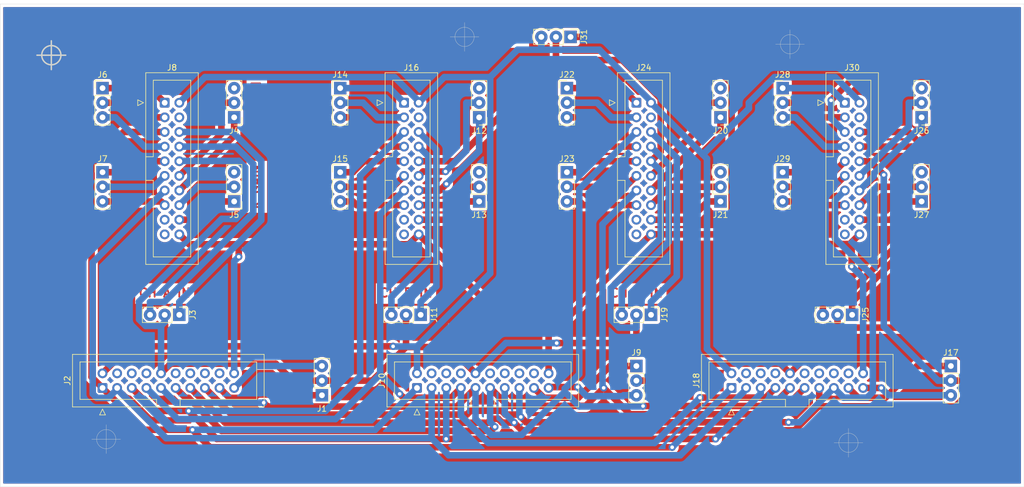
<source format=kicad_pcb>
(kicad_pcb (version 20171130) (host pcbnew "(5.1.9-0-10_14)")
  (layers (0 F.Cu signal) (31 B.Cu signal hide) (34 B.Paste user) (35 F.Paste user) (36 B.SilkS user) (37 F.SilkS user) (38 B.Mask user) (39 F.Mask user) (44 Edge.Cuts user))
  (net 0 "")
  (net 1 /ST_L_OUT)
  (net 2 GND)
  (net 3 /ST_R_OUT)
  (net 4 /CH_A_L_OUT)
  (net 5 /CH_B_L_OUT)
  (net 6 /CH_C_L_OUT)
  (net 7 /CH_D_L_OUT)
  (net 8 /-_15V)
  (net 9 /CH_A_R_OUT)
  (net 10 /CH_B_R_OUT)
  (net 11 /CH_C_R_OUT)
  (net 12 /CH_D_R_OUT)
  (net 13 "Net-(J2-Pad12)")
  (net 14 "Net-(J2-Pad14)")
  (net 15 "Net-(J2-Pad18)")
  (net 16 /+_15V)
  (net 17 /CH_A_R_IN)
  (net 18 /CH_A_L_IN)
  (net 19 /CH_A_L_GAIN_TERM_A)
  (net 20 /CH_A_L_GAIN_WIPER)
  (net 21 "Net-(J4-Pad3)")
  (net 22 "Net-(J5-Pad3)")
  (net 23 /CH_A_R_GAIN_WIPER)
  (net 24 /CH_A_R_GAIN_TERM_A)
  (net 25 /CH_A_L_LEVEL_TERM_A)
  (net 26 /CH_A_L_LEVEL_WIPER)
  (net 27 /CH_A_LEVEL_TERM_B)
  (net 28 /CH_A_R_LEVEL_TERM_B)
  (net 29 /CH_A_R_LEVEL_WIPER)
  (net 30 /CH_A_R_LEVEL_TERM_A)
  (net 31 "Net-(J8-Pad19)")
  (net 32 /BUS_A_L_OUT)
  (net 33 /BUS_A_R_OUT)
  (net 34 "Net-(J10-Pad18)")
  (net 35 "Net-(J10-Pad14)")
  (net 36 "Net-(J10-Pad12)")
  (net 37 /CH_B_R_IN)
  (net 38 /CH_B_L_IN)
  (net 39 "Net-(J12-Pad3)")
  (net 40 /CH_B_L_GAIN_WIPER)
  (net 41 /CH_B_L_GAIN_TERM_A)
  (net 42 /CH_B_R_GAIN_TERM_A)
  (net 43 /CH_B_R_GAIN_WIPER)
  (net 44 "Net-(J13-Pad3)")
  (net 45 /CH_B_LEVEL_TERM_B)
  (net 46 /CH_B_L_LEVEL_WIPER)
  (net 47 /CH_B_L_LEVEL_TERM_A)
  (net 48 /CH_B_R_LEVEL_TERM_A)
  (net 49 /CH_B_R_LEVEL_WIPER)
  (net 50 /CH_B_R_LEVEL_TERM_B)
  (net 51 "Net-(J16-Pad19)")
  (net 52 /BUS_B_R_OUT)
  (net 53 /BUS_B_L_OUT)
  (net 54 "Net-(J18-Pad18)")
  (net 55 "Net-(J18-Pad14)")
  (net 56 "Net-(J18-Pad12)")
  (net 57 /CH_C_R_IN)
  (net 58 /CH_C_L_IN)
  (net 59 /CH_C_L_GAIN_TERM_A)
  (net 60 /CH_C_L_GAIN_WIPER)
  (net 61 "Net-(J20-Pad3)")
  (net 62 /CH_C_R_GAIN_TERM_A)
  (net 63 /CH_C_R_GAIN_WIPER)
  (net 64 "Net-(J21-Pad3)")
  (net 65 /CH_C_LEVEL_TERM_B)
  (net 66 /CH_C_L_LEVEL_WIPER)
  (net 67 /CH_C_L_LEVEL_TERM_A)
  (net 68 /CH_C_R_LEVEL_TERM_A)
  (net 69 /CH_C_R_LEVEL_WIPER)
  (net 70 /CH_C_R_LEVEL_TERM_B)
  (net 71 "Net-(J24-Pad19)")
  (net 72 /CH_D_L_IN)
  (net 73 /CH_D_R_IN)
  (net 74 "Net-(J26-Pad3)")
  (net 75 /CH_D_L_GAIN_WIPER)
  (net 76 /CH_D_L_GAIN_TERM_A)
  (net 77 /CH_D_R_GAIN_TERM_A)
  (net 78 /CH_D_R_GAIN_WIPER)
  (net 79 "Net-(J27-Pad3)")
  (net 80 /CH_D_LEVEL_TERM_B)
  (net 81 /CH_D_L_LEVEL_WIPER)
  (net 82 /CH_D_L_LEVEL_TERM_A)
  (net 83 /CH_D_R_LEVEL_TERM_A)
  (net 84 /CH_D_R_LEVEL_WIPER)
  (net 85 /CH_D_R_LEVEL_TERM_B)
  (net 86 "Net-(J30-Pad19)")
  (net 87 "Net-(J2-Pad4)")
  (net 88 "Net-(J2-Pad6)")
  (net 89 "Net-(J2-Pad8)")
  (net 90 "Net-(J2-Pad16)")
  (net 91 "Net-(J8-Pad17)")
  (net 92 "Net-(J8-Pad4)")
  (net 93 "Net-(J10-Pad16)")
  (net 94 "Net-(J10-Pad8)")
  (net 95 "Net-(J10-Pad6)")
  (net 96 "Net-(J10-Pad4)")
  (net 97 "Net-(J16-Pad17)")
  (net 98 "Net-(J16-Pad4)")
  (net 99 "Net-(J18-Pad16)")
  (net 100 "Net-(J18-Pad8)")
  (net 101 "Net-(J18-Pad6)")
  (net 102 "Net-(J18-Pad4)")
  (net 103 "Net-(J24-Pad4)")
  (net 104 "Net-(J24-Pad17)")
  (net 105 "Net-(J30-Pad17)")
  (net 106 "Net-(J30-Pad4)")
  (module Connector_PinHeader_2.54mm:PinHeader_1x03_P2.54mm_Vertical (layer F.Cu) (at 109.22 117.475 180)
    (fp_text reference J1 (at 0 -2.33) (layer F.SilkS))
    (fp_text value "ST OUT")
    (pad 1 thru_hole rect (at 0 0 180) (size 2.159 2.159) (drill 1) (layers *.Cu *.Mask) (net 1 /ST_L_OUT))
    (pad 2 thru_hole oval (at 0 2.54 180) (size 2.159 2.159) (drill 1) (layers *.Cu *.Mask) (net 2 GND))
    (pad 3 thru_hole oval (at 0 5.08 180) (size 2.159 2.159) (drill 1) (layers *.Cu *.Mask) (net 3 /ST_R_OUT))
  )
  (module Connector_IDC:IDC-Header_2x10_P2.54mm_Vertical (layer F.Cu) (at 71.12 116.205 90)
    (fp_text reference J2 (at 1.27 -6.1 90) (layer F.SilkS))
    (fp_text value "MIXER BOARD")
    (pad 1 thru_hole roundrect (at 0 0 90) (size 1.7 1.7) (drill 1) (layers *.Cu *.Mask) (roundrect_rratio 0.147059) (net 4 /CH_A_L_OUT))
    (pad 3 thru_hole circle (at 0 2.54 90) (size 1.7 1.7) (drill 1) (layers *.Cu *.Mask) (net 9 /CH_A_R_OUT))
    (pad 5 thru_hole circle (at 0 5.08 90) (size 1.7 1.7) (drill 1) (layers *.Cu *.Mask) (net 5 /CH_B_L_OUT))
    (pad 7 thru_hole circle (at 0 7.62 90) (size 1.7 1.7) (drill 1) (layers *.Cu *.Mask) (net 10 /CH_B_R_OUT))
    (pad 9 thru_hole circle (at 0 10.16 90) (size 1.7 1.7) (drill 1) (layers *.Cu *.Mask) (net 6 /CH_C_L_OUT))
    (pad 11 thru_hole circle (at 0 12.7 90) (size 1.7 1.7) (drill 1) (layers *.Cu *.Mask) (net 11 /CH_C_R_OUT))
    (pad 13 thru_hole circle (at 0 15.24 90) (size 1.7 1.7) (drill 1) (layers *.Cu *.Mask) (net 7 /CH_D_L_OUT))
    (pad 15 thru_hole circle (at 0 17.78 90) (size 1.7 1.7) (drill 1) (layers *.Cu *.Mask) (net 12 /CH_D_R_OUT))
    (pad 17 thru_hole circle (at 0 20.32 90) (size 1.7 1.7) (drill 1) (layers *.Cu *.Mask) (net 1 /ST_L_OUT))
    (pad 19 thru_hole circle (at 0 22.86 90) (size 1.7 1.7) (drill 1) (layers *.Cu *.Mask) (net 3 /ST_R_OUT))
    (pad 2 thru_hole circle (at 2.54 0 90) (size 1.7 1.7) (drill 1) (layers *.Cu *.Mask) (net 16 /+_15V))
    (pad 4 thru_hole circle (at 2.54 2.54 90) (size 1.7 1.7) (drill 1) (layers *.Cu *.Mask) (net 87 "Net-(J2-Pad4)"))
    (pad 6 thru_hole circle (at 2.54 5.08 90) (size 1.7 1.7) (drill 1) (layers *.Cu *.Mask) (net 88 "Net-(J2-Pad6)"))
    (pad 8 thru_hole circle (at 2.54 7.62 90) (size 1.7 1.7) (drill 1) (layers *.Cu *.Mask) (net 89 "Net-(J2-Pad8)"))
    (pad 10 thru_hole circle (at 2.54 10.16 90) (size 1.7 1.7) (drill 1) (layers *.Cu *.Mask) (net 2 GND))
    (pad 12 thru_hole circle (at 2.54 12.7 90) (size 1.7 1.7) (drill 1) (layers *.Cu *.Mask) (net 13 "Net-(J2-Pad12)"))
    (pad 14 thru_hole circle (at 2.54 15.24 90) (size 1.7 1.7) (drill 1) (layers *.Cu *.Mask) (net 14 "Net-(J2-Pad14)"))
    (pad 16 thru_hole circle (at 2.54 17.78 90) (size 1.7 1.7) (drill 1) (layers *.Cu *.Mask) (net 90 "Net-(J2-Pad16)"))
    (pad 18 thru_hole circle (at 2.54 20.32 90) (size 1.7 1.7) (drill 1) (layers *.Cu *.Mask) (net 15 "Net-(J2-Pad18)"))
    (pad 20 thru_hole circle (at 2.54 22.86 90) (size 1.7 1.7) (drill 1) (layers *.Cu *.Mask) (net 8 /-_15V))
  )
  (module Connector_PinHeader_2.54mm:PinHeader_1x03_P2.54mm_Vertical (layer F.Cu) (at 84.455 103.505 270)
    (fp_text reference J3 (at 0 -2.33 90) (layer F.SilkS))
    (fp_text value "CH A IN: L G R")
    (pad 3 thru_hole oval (at 0 5.08 270) (size 2.159 2.159) (drill 1) (layers *.Cu *.Mask) (net 17 /CH_A_R_IN))
    (pad 2 thru_hole oval (at 0 2.54 270) (size 2.159 2.159) (drill 1) (layers *.Cu *.Mask) (net 2 GND))
    (pad 1 thru_hole rect (at 0 0 270) (size 2.159 2.159) (drill 1) (layers *.Cu *.Mask) (net 18 /CH_A_L_IN))
  )
  (module Connector_PinHeader_2.54mm:PinHeader_1x03_P2.54mm_Vertical (layer F.Cu) (at 93.98 69.215 180)
    (fp_text reference J4 (at 0 -2.33) (layer F.SilkS))
    (fp_text value "CH A L GAIN: TWX")
    (pad 1 thru_hole rect (at 0 0 180) (size 2.159 2.159) (drill 1) (layers *.Cu *.Mask) (net 19 /CH_A_L_GAIN_TERM_A))
    (pad 2 thru_hole oval (at 0 2.54 180) (size 2.159 2.159) (drill 1) (layers *.Cu *.Mask) (net 20 /CH_A_L_GAIN_WIPER))
    (pad 3 thru_hole oval (at 0 5.08 180) (size 2.159 2.159) (drill 1) (layers *.Cu *.Mask) (net 21 "Net-(J4-Pad3)"))
  )
  (module Connector_PinHeader_2.54mm:PinHeader_1x03_P2.54mm_Vertical (layer F.Cu) (at 93.98 83.82 180)
    (fp_text reference J5 (at 0 -2.33) (layer F.SilkS))
    (fp_text value "CH A R GAIN: TWX")
    (pad 3 thru_hole oval (at 0 5.08 180) (size 2.159 2.159) (drill 1) (layers *.Cu *.Mask) (net 22 "Net-(J5-Pad3)"))
    (pad 2 thru_hole oval (at 0 2.54 180) (size 2.159 2.159) (drill 1) (layers *.Cu *.Mask) (net 23 /CH_A_R_GAIN_WIPER))
    (pad 1 thru_hole rect (at 0 0 180) (size 2.159 2.159) (drill 1) (layers *.Cu *.Mask) (net 24 /CH_A_R_GAIN_TERM_A))
  )
  (module Connector_PinHeader_2.54mm:PinHeader_1x03_P2.54mm_Vertical (layer F.Cu) (at 71.12 64.135)
    (fp_text reference J6 (at 0 -2.33) (layer F.SilkS))
    (fp_text value "CH A L Level: A W B")
    (pad 1 thru_hole rect (at 0 0) (size 2.159 2.159) (drill 1) (layers *.Cu *.Mask) (net 25 /CH_A_L_LEVEL_TERM_A))
    (pad 2 thru_hole oval (at 0 2.54) (size 2.159 2.159) (drill 1) (layers *.Cu *.Mask) (net 26 /CH_A_L_LEVEL_WIPER))
    (pad 3 thru_hole oval (at 0 5.08) (size 2.159 2.159) (drill 1) (layers *.Cu *.Mask) (net 27 /CH_A_LEVEL_TERM_B))
  )
  (module Connector_PinHeader_2.54mm:PinHeader_1x03_P2.54mm_Vertical (layer F.Cu) (at 71.12 78.74)
    (fp_text reference J7 (at 0 -2.33) (layer F.SilkS))
    (fp_text value "CH A R Level: A W B")
    (pad 3 thru_hole oval (at 0 5.08) (size 2.159 2.159) (drill 1) (layers *.Cu *.Mask) (net 28 /CH_A_R_LEVEL_TERM_B))
    (pad 2 thru_hole oval (at 0 2.54) (size 2.159 2.159) (drill 1) (layers *.Cu *.Mask) (net 29 /CH_A_R_LEVEL_WIPER))
    (pad 1 thru_hole rect (at 0 0) (size 2.159 2.159) (drill 1) (layers *.Cu *.Mask) (net 30 /CH_A_R_LEVEL_TERM_A))
  )
  (module Connector_IDC:IDC-Header_2x10_P2.54mm_Vertical (layer F.Cu) (at 81.915 66.675)
    (fp_text reference J8 (at 1.27 -6.1) (layer F.SilkS))
    (fp_text value "CH A PREAMP")
    (pad 1 thru_hole roundrect (at 0 0) (size 1.7 1.7) (drill 1) (layers *.Cu *.Mask) (roundrect_rratio 0.147059) (net 25 /CH_A_L_LEVEL_TERM_A))
    (pad 3 thru_hole circle (at 0 2.54) (size 1.7 1.7) (drill 1) (layers *.Cu *.Mask) (net 26 /CH_A_L_LEVEL_WIPER))
    (pad 5 thru_hole circle (at 0 5.08) (size 1.7 1.7) (drill 1) (layers *.Cu *.Mask) (net 4 /CH_A_L_OUT))
    (pad 7 thru_hole circle (at 0 7.62) (size 1.7 1.7) (drill 1) (layers *.Cu *.Mask) (net 27 /CH_A_LEVEL_TERM_B))
    (pad 9 thru_hole circle (at 0 10.16) (size 1.7 1.7) (drill 1) (layers *.Cu *.Mask) (net 30 /CH_A_R_LEVEL_TERM_A))
    (pad 11 thru_hole circle (at 0 12.7) (size 1.7 1.7) (drill 1) (layers *.Cu *.Mask) (net 29 /CH_A_R_LEVEL_WIPER))
    (pad 13 thru_hole circle (at 0 15.24) (size 1.7 1.7) (drill 1) (layers *.Cu *.Mask) (net 9 /CH_A_R_OUT))
    (pad 15 thru_hole circle (at 0 17.78) (size 1.7 1.7) (drill 1) (layers *.Cu *.Mask) (net 28 /CH_A_R_LEVEL_TERM_B))
    (pad 17 thru_hole circle (at 0 20.32) (size 1.7 1.7) (drill 1) (layers *.Cu *.Mask) (net 91 "Net-(J8-Pad17)"))
    (pad 19 thru_hole circle (at 0 22.86) (size 1.7 1.7) (drill 1) (layers *.Cu *.Mask) (net 31 "Net-(J8-Pad19)"))
    (pad 2 thru_hole circle (at 2.54 0) (size 1.7 1.7) (drill 1) (layers *.Cu *.Mask) (net 16 /+_15V))
    (pad 4 thru_hole circle (at 2.54 2.54) (size 1.7 1.7) (drill 1) (layers *.Cu *.Mask) (net 92 "Net-(J8-Pad4)"))
    (pad 6 thru_hole circle (at 2.54 5.08) (size 1.7 1.7) (drill 1) (layers *.Cu *.Mask) (net 18 /CH_A_L_IN))
    (pad 8 thru_hole circle (at 2.54 7.62) (size 1.7 1.7) (drill 1) (layers *.Cu *.Mask) (net 17 /CH_A_R_IN))
    (pad 10 thru_hole circle (at 2.54 10.16) (size 1.7 1.7) (drill 1) (layers *.Cu *.Mask) (net 2 GND))
    (pad 12 thru_hole circle (at 2.54 12.7) (size 1.7 1.7) (drill 1) (layers *.Cu *.Mask) (net 20 /CH_A_L_GAIN_WIPER))
    (pad 14 thru_hole circle (at 2.54 15.24) (size 1.7 1.7) (drill 1) (layers *.Cu *.Mask) (net 19 /CH_A_L_GAIN_TERM_A))
    (pad 16 thru_hole circle (at 2.54 17.78) (size 1.7 1.7) (drill 1) (layers *.Cu *.Mask) (net 23 /CH_A_R_GAIN_WIPER))
    (pad 18 thru_hole circle (at 2.54 20.32) (size 1.7 1.7) (drill 1) (layers *.Cu *.Mask) (net 24 /CH_A_R_GAIN_TERM_A))
    (pad 20 thru_hole circle (at 2.54 22.86) (size 1.7 1.7) (drill 1) (layers *.Cu *.Mask) (net 8 /-_15V))
  )
  (module Connector_PinHeader_2.54mm:PinHeader_1x03_P2.54mm_Vertical (layer F.Cu) (at 163.83 112.395)
    (fp_text reference J9 (at 0 -2.33) (layer F.SilkS))
    (fp_text value "BUS A OUT")
    (pad 1 thru_hole rect (at 0 0) (size 2.159 2.159) (drill 1) (layers *.Cu *.Mask) (net 32 /BUS_A_L_OUT))
    (pad 2 thru_hole oval (at 0 2.54) (size 2.159 2.159) (drill 1) (layers *.Cu *.Mask) (net 2 GND))
    (pad 3 thru_hole oval (at 0 5.08) (size 2.159 2.159) (drill 1) (layers *.Cu *.Mask) (net 33 /BUS_A_R_OUT))
  )
  (module Connector_IDC:IDC-Header_2x10_P2.54mm_Vertical (layer F.Cu) (at 125.73 116.205 90)
    (fp_text reference J10 (at 1.27 -6.1 90) (layer F.SilkS))
    (fp_text value "BUS A BOARD")
    (pad 20 thru_hole circle (at 2.54 22.86 90) (size 1.7 1.7) (drill 1) (layers *.Cu *.Mask) (net 8 /-_15V))
    (pad 18 thru_hole circle (at 2.54 20.32 90) (size 1.7 1.7) (drill 1) (layers *.Cu *.Mask) (net 34 "Net-(J10-Pad18)"))
    (pad 16 thru_hole circle (at 2.54 17.78 90) (size 1.7 1.7) (drill 1) (layers *.Cu *.Mask) (net 93 "Net-(J10-Pad16)"))
    (pad 14 thru_hole circle (at 2.54 15.24 90) (size 1.7 1.7) (drill 1) (layers *.Cu *.Mask) (net 35 "Net-(J10-Pad14)"))
    (pad 12 thru_hole circle (at 2.54 12.7 90) (size 1.7 1.7) (drill 1) (layers *.Cu *.Mask) (net 36 "Net-(J10-Pad12)"))
    (pad 10 thru_hole circle (at 2.54 10.16 90) (size 1.7 1.7) (drill 1) (layers *.Cu *.Mask) (net 2 GND))
    (pad 8 thru_hole circle (at 2.54 7.62 90) (size 1.7 1.7) (drill 1) (layers *.Cu *.Mask) (net 94 "Net-(J10-Pad8)"))
    (pad 6 thru_hole circle (at 2.54 5.08 90) (size 1.7 1.7) (drill 1) (layers *.Cu *.Mask) (net 95 "Net-(J10-Pad6)"))
    (pad 4 thru_hole circle (at 2.54 2.54 90) (size 1.7 1.7) (drill 1) (layers *.Cu *.Mask) (net 96 "Net-(J10-Pad4)"))
    (pad 2 thru_hole circle (at 2.54 0 90) (size 1.7 1.7) (drill 1) (layers *.Cu *.Mask) (net 16 /+_15V))
    (pad 19 thru_hole circle (at 0 22.86 90) (size 1.7 1.7) (drill 1) (layers *.Cu *.Mask) (net 33 /BUS_A_R_OUT))
    (pad 17 thru_hole circle (at 0 20.32 90) (size 1.7 1.7) (drill 1) (layers *.Cu *.Mask) (net 32 /BUS_A_L_OUT))
    (pad 15 thru_hole circle (at 0 17.78 90) (size 1.7 1.7) (drill 1) (layers *.Cu *.Mask) (net 12 /CH_D_R_OUT))
    (pad 13 thru_hole circle (at 0 15.24 90) (size 1.7 1.7) (drill 1) (layers *.Cu *.Mask) (net 7 /CH_D_L_OUT))
    (pad 11 thru_hole circle (at 0 12.7 90) (size 1.7 1.7) (drill 1) (layers *.Cu *.Mask) (net 11 /CH_C_R_OUT))
    (pad 9 thru_hole circle (at 0 10.16 90) (size 1.7 1.7) (drill 1) (layers *.Cu *.Mask) (net 6 /CH_C_L_OUT))
    (pad 7 thru_hole circle (at 0 7.62 90) (size 1.7 1.7) (drill 1) (layers *.Cu *.Mask) (net 10 /CH_B_R_OUT))
    (pad 5 thru_hole circle (at 0 5.08 90) (size 1.7 1.7) (drill 1) (layers *.Cu *.Mask) (net 5 /CH_B_L_OUT))
    (pad 3 thru_hole circle (at 0 2.54 90) (size 1.7 1.7) (drill 1) (layers *.Cu *.Mask) (net 9 /CH_A_R_OUT))
    (pad 1 thru_hole roundrect (at 0 0 90) (size 1.7 1.7) (drill 1) (layers *.Cu *.Mask) (roundrect_rratio 0.147059) (net 4 /CH_A_L_OUT))
  )
  (module Connector_PinHeader_2.54mm:PinHeader_1x03_P2.54mm_Vertical (layer F.Cu) (at 126.365 103.505 270)
    (fp_text reference J11 (at 0 -2.33 90) (layer F.SilkS))
    (fp_text value "CH B IN: L G R")
    (pad 3 thru_hole oval (at 0 5.08 270) (size 2.159 2.159) (drill 1) (layers *.Cu *.Mask) (net 37 /CH_B_R_IN))
    (pad 2 thru_hole oval (at 0 2.54 270) (size 2.159 2.159) (drill 1) (layers *.Cu *.Mask) (net 2 GND))
    (pad 1 thru_hole rect (at 0 0 270) (size 2.159 2.159) (drill 1) (layers *.Cu *.Mask) (net 38 /CH_B_L_IN))
  )
  (module Connector_PinHeader_2.54mm:PinHeader_1x03_P2.54mm_Vertical (layer F.Cu) (at 136.525 69.215 180)
    (fp_text reference J12 (at 0 -2.33) (layer F.SilkS))
    (fp_text value "CH B L GAIN: TWX")
    (pad 3 thru_hole oval (at 0 5.08 180) (size 2.159 2.159) (drill 1) (layers *.Cu *.Mask) (net 39 "Net-(J12-Pad3)"))
    (pad 2 thru_hole oval (at 0 2.54 180) (size 2.159 2.159) (drill 1) (layers *.Cu *.Mask) (net 40 /CH_B_L_GAIN_WIPER))
    (pad 1 thru_hole rect (at 0 0 180) (size 2.159 2.159) (drill 1) (layers *.Cu *.Mask) (net 41 /CH_B_L_GAIN_TERM_A))
  )
  (module Connector_PinHeader_2.54mm:PinHeader_1x03_P2.54mm_Vertical (layer F.Cu) (at 136.525 83.82 180)
    (fp_text reference J13 (at 0 -2.33) (layer F.SilkS))
    (fp_text value "CH B R GAIN: TWX")
    (pad 1 thru_hole rect (at 0 0 180) (size 2.159 2.159) (drill 1) (layers *.Cu *.Mask) (net 42 /CH_B_R_GAIN_TERM_A))
    (pad 2 thru_hole oval (at 0 2.54 180) (size 2.159 2.159) (drill 1) (layers *.Cu *.Mask) (net 43 /CH_B_R_GAIN_WIPER))
    (pad 3 thru_hole oval (at 0 5.08 180) (size 2.159 2.159) (drill 1) (layers *.Cu *.Mask) (net 44 "Net-(J13-Pad3)"))
  )
  (module Connector_PinHeader_2.54mm:PinHeader_1x03_P2.54mm_Vertical (layer F.Cu) (at 112.395 64.135)
    (fp_text reference J14 (at 0 -2.33) (layer F.SilkS))
    (fp_text value "CH B L Level: A W B")
    (pad 3 thru_hole oval (at 0 5.08) (size 2.159 2.159) (drill 1) (layers *.Cu *.Mask) (net 45 /CH_B_LEVEL_TERM_B))
    (pad 2 thru_hole oval (at 0 2.54) (size 2.159 2.159) (drill 1) (layers *.Cu *.Mask) (net 46 /CH_B_L_LEVEL_WIPER))
    (pad 1 thru_hole rect (at 0 0) (size 2.159 2.159) (drill 1) (layers *.Cu *.Mask) (net 47 /CH_B_L_LEVEL_TERM_A))
  )
  (module Connector_PinHeader_2.54mm:PinHeader_1x03_P2.54mm_Vertical (layer F.Cu) (at 112.395 78.74)
    (fp_text reference J15 (at 0 -2.33) (layer F.SilkS))
    (fp_text value "CH B R Level: A W B")
    (pad 1 thru_hole rect (at 0 0) (size 2.159 2.159) (drill 1) (layers *.Cu *.Mask) (net 48 /CH_B_R_LEVEL_TERM_A))
    (pad 2 thru_hole oval (at 0 2.54) (size 2.159 2.159) (drill 1) (layers *.Cu *.Mask) (net 49 /CH_B_R_LEVEL_WIPER))
    (pad 3 thru_hole oval (at 0 5.08) (size 2.159 2.159) (drill 1) (layers *.Cu *.Mask) (net 50 /CH_B_R_LEVEL_TERM_B))
  )
  (module Connector_IDC:IDC-Header_2x10_P2.54mm_Vertical (layer F.Cu) (at 123.485 66.675)
    (fp_text reference J16 (at 1.27 -6.1) (layer F.SilkS))
    (fp_text value "CH B PREAMP")
    (pad 1 thru_hole roundrect (at 0 0) (size 1.7 1.7) (drill 1) (layers *.Cu *.Mask) (roundrect_rratio 0.147059) (net 47 /CH_B_L_LEVEL_TERM_A))
    (pad 3 thru_hole circle (at 0 2.54) (size 1.7 1.7) (drill 1) (layers *.Cu *.Mask) (net 46 /CH_B_L_LEVEL_WIPER))
    (pad 5 thru_hole circle (at 0 5.08) (size 1.7 1.7) (drill 1) (layers *.Cu *.Mask) (net 5 /CH_B_L_OUT))
    (pad 7 thru_hole circle (at 0 7.62) (size 1.7 1.7) (drill 1) (layers *.Cu *.Mask) (net 45 /CH_B_LEVEL_TERM_B))
    (pad 9 thru_hole circle (at 0 10.16) (size 1.7 1.7) (drill 1) (layers *.Cu *.Mask) (net 48 /CH_B_R_LEVEL_TERM_A))
    (pad 11 thru_hole circle (at 0 12.7) (size 1.7 1.7) (drill 1) (layers *.Cu *.Mask) (net 49 /CH_B_R_LEVEL_WIPER))
    (pad 13 thru_hole circle (at 0 15.24) (size 1.7 1.7) (drill 1) (layers *.Cu *.Mask) (net 10 /CH_B_R_OUT))
    (pad 15 thru_hole circle (at 0 17.78) (size 1.7 1.7) (drill 1) (layers *.Cu *.Mask) (net 50 /CH_B_R_LEVEL_TERM_B))
    (pad 17 thru_hole circle (at 0 20.32) (size 1.7 1.7) (drill 1) (layers *.Cu *.Mask) (net 97 "Net-(J16-Pad17)"))
    (pad 19 thru_hole circle (at 0 22.86) (size 1.7 1.7) (drill 1) (layers *.Cu *.Mask) (net 51 "Net-(J16-Pad19)"))
    (pad 2 thru_hole circle (at 2.54 0) (size 1.7 1.7) (drill 1) (layers *.Cu *.Mask) (net 16 /+_15V))
    (pad 4 thru_hole circle (at 2.54 2.54) (size 1.7 1.7) (drill 1) (layers *.Cu *.Mask) (net 98 "Net-(J16-Pad4)"))
    (pad 6 thru_hole circle (at 2.54 5.08) (size 1.7 1.7) (drill 1) (layers *.Cu *.Mask) (net 38 /CH_B_L_IN))
    (pad 8 thru_hole circle (at 2.54 7.62) (size 1.7 1.7) (drill 1) (layers *.Cu *.Mask) (net 37 /CH_B_R_IN))
    (pad 10 thru_hole circle (at 2.54 10.16) (size 1.7 1.7) (drill 1) (layers *.Cu *.Mask) (net 2 GND))
    (pad 12 thru_hole circle (at 2.54 12.7) (size 1.7 1.7) (drill 1) (layers *.Cu *.Mask) (net 40 /CH_B_L_GAIN_WIPER))
    (pad 14 thru_hole circle (at 2.54 15.24) (size 1.7 1.7) (drill 1) (layers *.Cu *.Mask) (net 41 /CH_B_L_GAIN_TERM_A))
    (pad 16 thru_hole circle (at 2.54 17.78) (size 1.7 1.7) (drill 1) (layers *.Cu *.Mask) (net 43 /CH_B_R_GAIN_WIPER))
    (pad 18 thru_hole circle (at 2.54 20.32) (size 1.7 1.7) (drill 1) (layers *.Cu *.Mask) (net 42 /CH_B_R_GAIN_TERM_A))
    (pad 20 thru_hole circle (at 2.54 22.86) (size 1.7 1.7) (drill 1) (layers *.Cu *.Mask) (net 8 /-_15V))
  )
  (module Connector_PinHeader_2.54mm:PinHeader_1x03_P2.54mm_Vertical (layer F.Cu) (at 218.44 112.395)
    (fp_text reference J17 (at 0 -2.33) (layer F.SilkS))
    (fp_text value "BUS B OUT")
    (pad 3 thru_hole oval (at 0 5.08) (size 2.159 2.159) (drill 1) (layers *.Cu *.Mask) (net 52 /BUS_B_R_OUT))
    (pad 2 thru_hole oval (at 0 2.54) (size 2.159 2.159) (drill 1) (layers *.Cu *.Mask) (net 2 GND))
    (pad 1 thru_hole rect (at 0 0) (size 2.159 2.159) (drill 1) (layers *.Cu *.Mask) (net 53 /BUS_B_L_OUT))
  )
  (module Connector_IDC:IDC-Header_2x10_P2.54mm_Vertical (layer F.Cu) (at 180.34 116.205 90)
    (fp_text reference J18 (at 1.27 -6.1 90) (layer F.SilkS))
    (fp_text value "BUS B BOARD")
    (pad 20 thru_hole circle (at 2.54 22.86 90) (size 1.7 1.7) (drill 1) (layers *.Cu *.Mask) (net 8 /-_15V))
    (pad 18 thru_hole circle (at 2.54 20.32 90) (size 1.7 1.7) (drill 1) (layers *.Cu *.Mask) (net 54 "Net-(J18-Pad18)"))
    (pad 16 thru_hole circle (at 2.54 17.78 90) (size 1.7 1.7) (drill 1) (layers *.Cu *.Mask) (net 99 "Net-(J18-Pad16)"))
    (pad 14 thru_hole circle (at 2.54 15.24 90) (size 1.7 1.7) (drill 1) (layers *.Cu *.Mask) (net 55 "Net-(J18-Pad14)"))
    (pad 12 thru_hole circle (at 2.54 12.7 90) (size 1.7 1.7) (drill 1) (layers *.Cu *.Mask) (net 56 "Net-(J18-Pad12)"))
    (pad 10 thru_hole circle (at 2.54 10.16 90) (size 1.7 1.7) (drill 1) (layers *.Cu *.Mask) (net 2 GND))
    (pad 8 thru_hole circle (at 2.54 7.62 90) (size 1.7 1.7) (drill 1) (layers *.Cu *.Mask) (net 100 "Net-(J18-Pad8)"))
    (pad 6 thru_hole circle (at 2.54 5.08 90) (size 1.7 1.7) (drill 1) (layers *.Cu *.Mask) (net 101 "Net-(J18-Pad6)"))
    (pad 4 thru_hole circle (at 2.54 2.54 90) (size 1.7 1.7) (drill 1) (layers *.Cu *.Mask) (net 102 "Net-(J18-Pad4)"))
    (pad 2 thru_hole circle (at 2.54 0 90) (size 1.7 1.7) (drill 1) (layers *.Cu *.Mask) (net 16 /+_15V))
    (pad 19 thru_hole circle (at 0 22.86 90) (size 1.7 1.7) (drill 1) (layers *.Cu *.Mask) (net 52 /BUS_B_R_OUT))
    (pad 17 thru_hole circle (at 0 20.32 90) (size 1.7 1.7) (drill 1) (layers *.Cu *.Mask) (net 53 /BUS_B_L_OUT))
    (pad 15 thru_hole circle (at 0 17.78 90) (size 1.7 1.7) (drill 1) (layers *.Cu *.Mask) (net 12 /CH_D_R_OUT))
    (pad 13 thru_hole circle (at 0 15.24 90) (size 1.7 1.7) (drill 1) (layers *.Cu *.Mask) (net 7 /CH_D_L_OUT))
    (pad 11 thru_hole circle (at 0 12.7 90) (size 1.7 1.7) (drill 1) (layers *.Cu *.Mask) (net 11 /CH_C_R_OUT))
    (pad 9 thru_hole circle (at 0 10.16 90) (size 1.7 1.7) (drill 1) (layers *.Cu *.Mask) (net 6 /CH_C_L_OUT))
    (pad 7 thru_hole circle (at 0 7.62 90) (size 1.7 1.7) (drill 1) (layers *.Cu *.Mask) (net 10 /CH_B_R_OUT))
    (pad 5 thru_hole circle (at 0 5.08 90) (size 1.7 1.7) (drill 1) (layers *.Cu *.Mask) (net 5 /CH_B_L_OUT))
    (pad 3 thru_hole circle (at 0 2.54 90) (size 1.7 1.7) (drill 1) (layers *.Cu *.Mask) (net 9 /CH_A_R_OUT))
    (pad 1 thru_hole roundrect (at 0 0 90) (size 1.7 1.7) (drill 1) (layers *.Cu *.Mask) (roundrect_rratio 0.147059) (net 4 /CH_A_L_OUT))
  )
  (module Connector_PinHeader_2.54mm:PinHeader_1x03_P2.54mm_Vertical (layer F.Cu) (at 166.37 103.505 270)
    (fp_text reference J19 (at 0 -2.33 90) (layer F.SilkS))
    (fp_text value "CH C IN: L G R")
    (pad 3 thru_hole oval (at 0 5.08 270) (size 2.159 2.159) (drill 1) (layers *.Cu *.Mask) (net 57 /CH_C_R_IN))
    (pad 2 thru_hole oval (at 0 2.54 270) (size 2.159 2.159) (drill 1) (layers *.Cu *.Mask) (net 2 GND))
    (pad 1 thru_hole rect (at 0 0 270) (size 2.159 2.159) (drill 1) (layers *.Cu *.Mask) (net 58 /CH_C_L_IN))
  )
  (module Connector_PinHeader_2.54mm:PinHeader_1x03_P2.54mm_Vertical (layer F.Cu) (at 178.435 69.215 180)
    (fp_text reference J20 (at 0 -2.33) (layer F.SilkS))
    (fp_text value "CH C L GAIN: TWX")
    (pad 1 thru_hole rect (at 0 0 180) (size 2.159 2.159) (drill 1) (layers *.Cu *.Mask) (net 59 /CH_C_L_GAIN_TERM_A))
    (pad 2 thru_hole oval (at 0 2.54 180) (size 2.159 2.159) (drill 1) (layers *.Cu *.Mask) (net 60 /CH_C_L_GAIN_WIPER))
    (pad 3 thru_hole oval (at 0 5.08 180) (size 2.159 2.159) (drill 1) (layers *.Cu *.Mask) (net 61 "Net-(J20-Pad3)"))
  )
  (module Connector_PinHeader_2.54mm:PinHeader_1x03_P2.54mm_Vertical (layer F.Cu) (at 178.435 83.82 180)
    (fp_text reference J21 (at 0 -2.33) (layer F.SilkS))
    (fp_text value "CH C R GAIN: TWX")
    (pad 1 thru_hole rect (at 0 0 180) (size 2.159 2.159) (drill 1) (layers *.Cu *.Mask) (net 62 /CH_C_R_GAIN_TERM_A))
    (pad 2 thru_hole oval (at 0 2.54 180) (size 2.159 2.159) (drill 1) (layers *.Cu *.Mask) (net 63 /CH_C_R_GAIN_WIPER))
    (pad 3 thru_hole oval (at 0 5.08 180) (size 2.159 2.159) (drill 1) (layers *.Cu *.Mask) (net 64 "Net-(J21-Pad3)"))
  )
  (module Connector_PinHeader_2.54mm:PinHeader_1x03_P2.54mm_Vertical (layer F.Cu) (at 151.765 64.135)
    (fp_text reference J22 (at 0 -2.33) (layer F.SilkS))
    (fp_text value "CH C L Level: A W B")
    (pad 3 thru_hole oval (at 0 5.08) (size 2.159 2.159) (drill 1) (layers *.Cu *.Mask) (net 65 /CH_C_LEVEL_TERM_B))
    (pad 2 thru_hole oval (at 0 2.54) (size 2.159 2.159) (drill 1) (layers *.Cu *.Mask) (net 66 /CH_C_L_LEVEL_WIPER))
    (pad 1 thru_hole rect (at 0 0) (size 2.159 2.159) (drill 1) (layers *.Cu *.Mask) (net 67 /CH_C_L_LEVEL_TERM_A))
  )
  (module Connector_PinHeader_2.54mm:PinHeader_1x03_P2.54mm_Vertical (layer F.Cu) (at 151.765 78.74)
    (fp_text reference J23 (at 0 -2.33) (layer F.SilkS))
    (fp_text value "CH C R Level: A W B")
    (pad 1 thru_hole rect (at 0 0) (size 2.159 2.159) (drill 1) (layers *.Cu *.Mask) (net 68 /CH_C_R_LEVEL_TERM_A))
    (pad 2 thru_hole oval (at 0 2.54) (size 2.159 2.159) (drill 1) (layers *.Cu *.Mask) (net 69 /CH_C_R_LEVEL_WIPER))
    (pad 3 thru_hole oval (at 0 5.08) (size 2.159 2.159) (drill 1) (layers *.Cu *.Mask) (net 70 /CH_C_R_LEVEL_TERM_B))
  )
  (module Connector_IDC:IDC-Header_2x10_P2.54mm_Vertical (layer F.Cu) (at 163.83 66.675)
    (fp_text reference J24 (at 1.27 -6.1) (layer F.SilkS))
    (fp_text value "CH C PREAMP")
    (pad 20 thru_hole circle (at 2.54 22.86) (size 1.7 1.7) (drill 1) (layers *.Cu *.Mask) (net 8 /-_15V))
    (pad 18 thru_hole circle (at 2.54 20.32) (size 1.7 1.7) (drill 1) (layers *.Cu *.Mask) (net 62 /CH_C_R_GAIN_TERM_A))
    (pad 16 thru_hole circle (at 2.54 17.78) (size 1.7 1.7) (drill 1) (layers *.Cu *.Mask) (net 63 /CH_C_R_GAIN_WIPER))
    (pad 14 thru_hole circle (at 2.54 15.24) (size 1.7 1.7) (drill 1) (layers *.Cu *.Mask) (net 59 /CH_C_L_GAIN_TERM_A))
    (pad 12 thru_hole circle (at 2.54 12.7) (size 1.7 1.7) (drill 1) (layers *.Cu *.Mask) (net 60 /CH_C_L_GAIN_WIPER))
    (pad 10 thru_hole circle (at 2.54 10.16) (size 1.7 1.7) (drill 1) (layers *.Cu *.Mask) (net 2 GND))
    (pad 8 thru_hole circle (at 2.54 7.62) (size 1.7 1.7) (drill 1) (layers *.Cu *.Mask) (net 57 /CH_C_R_IN))
    (pad 6 thru_hole circle (at 2.54 5.08) (size 1.7 1.7) (drill 1) (layers *.Cu *.Mask) (net 58 /CH_C_L_IN))
    (pad 4 thru_hole circle (at 2.54 2.54) (size 1.7 1.7) (drill 1) (layers *.Cu *.Mask) (net 103 "Net-(J24-Pad4)"))
    (pad 2 thru_hole circle (at 2.54 0) (size 1.7 1.7) (drill 1) (layers *.Cu *.Mask) (net 16 /+_15V))
    (pad 19 thru_hole circle (at 0 22.86) (size 1.7 1.7) (drill 1) (layers *.Cu *.Mask) (net 71 "Net-(J24-Pad19)"))
    (pad 17 thru_hole circle (at 0 20.32) (size 1.7 1.7) (drill 1) (layers *.Cu *.Mask) (net 104 "Net-(J24-Pad17)"))
    (pad 15 thru_hole circle (at 0 17.78) (size 1.7 1.7) (drill 1) (layers *.Cu *.Mask) (net 70 /CH_C_R_LEVEL_TERM_B))
    (pad 13 thru_hole circle (at 0 15.24) (size 1.7 1.7) (drill 1) (layers *.Cu *.Mask) (net 11 /CH_C_R_OUT))
    (pad 11 thru_hole circle (at 0 12.7) (size 1.7 1.7) (drill 1) (layers *.Cu *.Mask) (net 69 /CH_C_R_LEVEL_WIPER))
    (pad 9 thru_hole circle (at 0 10.16) (size 1.7 1.7) (drill 1) (layers *.Cu *.Mask) (net 68 /CH_C_R_LEVEL_TERM_A))
    (pad 7 thru_hole circle (at 0 7.62) (size 1.7 1.7) (drill 1) (layers *.Cu *.Mask) (net 65 /CH_C_LEVEL_TERM_B))
    (pad 5 thru_hole circle (at 0 5.08) (size 1.7 1.7) (drill 1) (layers *.Cu *.Mask) (net 6 /CH_C_L_OUT))
    (pad 3 thru_hole circle (at 0 2.54) (size 1.7 1.7) (drill 1) (layers *.Cu *.Mask) (net 66 /CH_C_L_LEVEL_WIPER))
    (pad 1 thru_hole roundrect (at 0 0) (size 1.7 1.7) (drill 1) (layers *.Cu *.Mask) (roundrect_rratio 0.147059) (net 67 /CH_C_L_LEVEL_TERM_A))
  )
  (module Connector_PinHeader_2.54mm:PinHeader_1x03_P2.54mm_Vertical (layer F.Cu) (at 201.295 103.505 270)
    (fp_text reference J25 (at 0 -2.33 90) (layer F.SilkS))
    (fp_text value "CH D IN: L G R")
    (pad 1 thru_hole rect (at 0 0 270) (size 2.159 2.159) (drill 1) (layers *.Cu *.Mask) (net 72 /CH_D_L_IN))
    (pad 2 thru_hole oval (at 0 2.54 270) (size 2.159 2.159) (drill 1) (layers *.Cu *.Mask) (net 2 GND))
    (pad 3 thru_hole oval (at 0 5.08 270) (size 2.159 2.159) (drill 1) (layers *.Cu *.Mask) (net 73 /CH_D_R_IN))
  )
  (module Connector_PinHeader_2.54mm:PinHeader_1x03_P2.54mm_Vertical (layer F.Cu) (at 213.36 69.215 180)
    (fp_text reference J26 (at 0 -2.33) (layer F.SilkS))
    (fp_text value "CH D L GAIN: TWX")
    (pad 3 thru_hole oval (at 0 5.08 180) (size 2.159 2.159) (drill 1) (layers *.Cu *.Mask) (net 74 "Net-(J26-Pad3)"))
    (pad 2 thru_hole oval (at 0 2.54 180) (size 2.159 2.159) (drill 1) (layers *.Cu *.Mask) (net 75 /CH_D_L_GAIN_WIPER))
    (pad 1 thru_hole rect (at 0 0 180) (size 2.159 2.159) (drill 1) (layers *.Cu *.Mask) (net 76 /CH_D_L_GAIN_TERM_A))
  )
  (module Connector_PinHeader_2.54mm:PinHeader_1x03_P2.54mm_Vertical (layer F.Cu) (at 213.36 83.82 180)
    (fp_text reference J27 (at 0 -2.33) (layer F.SilkS))
    (fp_text value "CH D R GAIN: TWX")
    (pad 1 thru_hole rect (at 0 0 180) (size 2.159 2.159) (drill 1) (layers *.Cu *.Mask) (net 77 /CH_D_R_GAIN_TERM_A))
    (pad 2 thru_hole oval (at 0 2.54 180) (size 2.159 2.159) (drill 1) (layers *.Cu *.Mask) (net 78 /CH_D_R_GAIN_WIPER))
    (pad 3 thru_hole oval (at 0 5.08 180) (size 2.159 2.159) (drill 1) (layers *.Cu *.Mask) (net 79 "Net-(J27-Pad3)"))
  )
  (module Connector_PinHeader_2.54mm:PinHeader_1x03_P2.54mm_Vertical (layer F.Cu) (at 189.23 64.135)
    (fp_text reference J28 (at 0 -2.33) (layer F.SilkS))
    (fp_text value "CH D L Level: A W B")
    (pad 3 thru_hole oval (at 0 5.08) (size 2.159 2.159) (drill 1) (layers *.Cu *.Mask) (net 80 /CH_D_LEVEL_TERM_B))
    (pad 2 thru_hole oval (at 0 2.54) (size 2.159 2.159) (drill 1) (layers *.Cu *.Mask) (net 81 /CH_D_L_LEVEL_WIPER))
    (pad 1 thru_hole rect (at 0 0) (size 2.159 2.159) (drill 1) (layers *.Cu *.Mask) (net 82 /CH_D_L_LEVEL_TERM_A))
  )
  (module Connector_PinHeader_2.54mm:PinHeader_1x03_P2.54mm_Vertical (layer F.Cu) (at 189.23 78.74)
    (fp_text reference J29 (at 0 -2.33) (layer F.SilkS))
    (fp_text value "CH D R Level: A W B")
    (pad 1 thru_hole rect (at 0 0) (size 2.159 2.159) (drill 1) (layers *.Cu *.Mask) (net 83 /CH_D_R_LEVEL_TERM_A))
    (pad 2 thru_hole oval (at 0 2.54) (size 2.159 2.159) (drill 1) (layers *.Cu *.Mask) (net 84 /CH_D_R_LEVEL_WIPER))
    (pad 3 thru_hole oval (at 0 5.08) (size 2.159 2.159) (drill 1) (layers *.Cu *.Mask) (net 85 /CH_D_R_LEVEL_TERM_B))
  )
  (module Connector_IDC:IDC-Header_2x10_P2.54mm_Vertical (layer F.Cu) (at 200.025 66.675)
    (fp_text reference J30 (at 1.27 -6.1) (layer F.SilkS))
    (fp_text value "CH D PREAMP")
    (pad 1 thru_hole roundrect (at 0 0) (size 1.7 1.7) (drill 1) (layers *.Cu *.Mask) (roundrect_rratio 0.147059) (net 82 /CH_D_L_LEVEL_TERM_A))
    (pad 3 thru_hole circle (at 0 2.54) (size 1.7 1.7) (drill 1) (layers *.Cu *.Mask) (net 81 /CH_D_L_LEVEL_WIPER))
    (pad 5 thru_hole circle (at 0 5.08) (size 1.7 1.7) (drill 1) (layers *.Cu *.Mask) (net 7 /CH_D_L_OUT))
    (pad 7 thru_hole circle (at 0 7.62) (size 1.7 1.7) (drill 1) (layers *.Cu *.Mask) (net 80 /CH_D_LEVEL_TERM_B))
    (pad 9 thru_hole circle (at 0 10.16) (size 1.7 1.7) (drill 1) (layers *.Cu *.Mask) (net 83 /CH_D_R_LEVEL_TERM_A))
    (pad 11 thru_hole circle (at 0 12.7) (size 1.7 1.7) (drill 1) (layers *.Cu *.Mask) (net 84 /CH_D_R_LEVEL_WIPER))
    (pad 13 thru_hole circle (at 0 15.24) (size 1.7 1.7) (drill 1) (layers *.Cu *.Mask) (net 12 /CH_D_R_OUT))
    (pad 15 thru_hole circle (at 0 17.78) (size 1.7 1.7) (drill 1) (layers *.Cu *.Mask) (net 85 /CH_D_R_LEVEL_TERM_B))
    (pad 17 thru_hole circle (at 0 20.32) (size 1.7 1.7) (drill 1) (layers *.Cu *.Mask) (net 105 "Net-(J30-Pad17)"))
    (pad 19 thru_hole circle (at 0 22.86) (size 1.7 1.7) (drill 1) (layers *.Cu *.Mask) (net 86 "Net-(J30-Pad19)"))
    (pad 2 thru_hole circle (at 2.54 0) (size 1.7 1.7) (drill 1) (layers *.Cu *.Mask) (net 16 /+_15V))
    (pad 4 thru_hole circle (at 2.54 2.54) (size 1.7 1.7) (drill 1) (layers *.Cu *.Mask) (net 106 "Net-(J30-Pad4)"))
    (pad 6 thru_hole circle (at 2.54 5.08) (size 1.7 1.7) (drill 1) (layers *.Cu *.Mask) (net 72 /CH_D_L_IN))
    (pad 8 thru_hole circle (at 2.54 7.62) (size 1.7 1.7) (drill 1) (layers *.Cu *.Mask) (net 73 /CH_D_R_IN))
    (pad 10 thru_hole circle (at 2.54 10.16) (size 1.7 1.7) (drill 1) (layers *.Cu *.Mask) (net 2 GND))
    (pad 12 thru_hole circle (at 2.54 12.7) (size 1.7 1.7) (drill 1) (layers *.Cu *.Mask) (net 75 /CH_D_L_GAIN_WIPER))
    (pad 14 thru_hole circle (at 2.54 15.24) (size 1.7 1.7) (drill 1) (layers *.Cu *.Mask) (net 76 /CH_D_L_GAIN_TERM_A))
    (pad 16 thru_hole circle (at 2.54 17.78) (size 1.7 1.7) (drill 1) (layers *.Cu *.Mask) (net 78 /CH_D_R_GAIN_WIPER))
    (pad 18 thru_hole circle (at 2.54 20.32) (size 1.7 1.7) (drill 1) (layers *.Cu *.Mask) (net 77 /CH_D_R_GAIN_TERM_A))
    (pad 20 thru_hole circle (at 2.54 22.86) (size 1.7 1.7) (drill 1) (layers *.Cu *.Mask) (net 8 /-_15V))
  )
  (module Connector_PinHeader_2.54mm:PinHeader_1x03_P2.54mm_Vertical (layer F.Cu) (at 152.4 55.245 270)
    (fp_text reference J31 (at 0 -2.33 90) (layer F.SilkS))
    (fp_text value "-15V GND +15V")
    (pad 3 thru_hole oval (at 0 5.08 270) (size 2.159 2.159) (drill 1) (layers *.Cu *.Mask) (net 16 /+_15V))
    (pad 2 thru_hole oval (at 0 2.54 270) (size 2.159 2.159) (drill 1) (layers *.Cu *.Mask) (net 2 GND))
    (pad 1 thru_hole rect (at 0 0 270) (size 2.159 2.159) (drill 1) (layers *.Cu *.Mask) (net 8 /-_15V))
  )
  (gr_text "+ 15V" (at 140.97 55.245) (layer F.Cu) (effects (font (size 1.5 1.5) (thickness 0.3))))
  (gr_text "CH D IN" (at 193.675 99.06) (layer F.Cu) (effects (font (size 1.5 1.5) (thickness 0.3))))
  (gr_text "BUS B" (at 184.785 106.68) (layer F.Cu) (effects (font (size 1.5 1.5) (thickness 0.3))))
  (gr_text "BUS A" (at 135.255 106.68) (layer F.Cu) (effects (font (size 1.5 1.5) (thickness 0.3))))
  (gr_text "ST OUT" (at 108.585 106.68) (layer F.Cu) (effects (font (size 1.5 1.5) (thickness 0.3))))
  (gr_text "ST MIX" (at 86.995 106.68) (layer F.Cu) (effects (font (size 1.5 1.5) (thickness 0.3))))
  (gr_text "CH C IN" (at 163.83 99.695) (layer F.Cu) (effects (font (size 1.5 1.5) (thickness 0.3))))
  (gr_text "CH B IN" (at 123.825 99.695) (layer F.Cu) (effects (font (size 1.5 1.5) (thickness 0.3))))
  (gr_text "CH A IN" (at 81.915 99.695) (layer F.Cu) (effects (font (size 1.5 1.5) (thickness 0.3))))
  (gr_text "R GAIN" (at 97.79 81.28 90) (layer F.Cu) (effects (font (size 1.5 1.5) (thickness 0.3))))
  (gr_text "L GAIN" (at 97.79 66.675 90) (layer F.Cu) (effects (font (size 1.5 1.5) (thickness 0.3))))
  (gr_text "R LEVEL" (at 66.675 81.28 90) (layer F.Cu) (effects (font (size 1.5 1.5) (thickness 0.3))))
  (gr_text "L LEVEL" (at 67.31 66.675 90) (layer F.Cu) (effects (font (size 1.5 1.5) (thickness 0.3))))
  (gr_text "CH D" (at 201.295 57.15) (layer F.Cu) (effects (font (size 1.5 1.5) (thickness 0.3))))
  (gr_text "CH B" (at 124.46 57.15) (layer F.Cu) (effects (font (size 1.5 1.5) (thickness 0.3))))
  (gr_text "CH A" (at 83.185 57.15) (layer F.Cu) (effects (font (size 1.5 1.5) (thickness 0.3))))
  (gr_text "I/O BOARD v1.0\n2021-04-24" (at 203.835 125.73) (layer F.Cu) (effects (font (size 1.5 1.5) (thickness 0.3)) (justify left)))
  (target plus (at 71.755 125.095) (size 5) (width 0.05) (layer Edge.Cuts))
  (target plus (at 190.5 56.515) (size 5) (width 0.05) (layer Edge.Cuts))
  (target plus (at 200.66 125.73) (size 5) (width 0.05) (layer Edge.Cuts))
  (target plus (at 133.985 55.245) (size 5) (width 0.05) (layer Edge.Cuts))
  (target plus (at 62.23 58.42) (size 5) (width 0.254) (layer Edge.Cuts))
  (gr_line (start 53.34 49.53) (end 53.34 133.35) (layer Edge.Cuts) (width 0.05))
  (gr_line (start 231.14 49.53) (end 53.34 49.53) (layer Edge.Cuts) (width 0.05))
  (gr_line (start 231.14 133.35) (end 231.14 49.53) (layer Edge.Cuts) (width 0.05))
  (gr_line (start 53.34 133.35) (end 231.14 133.35) (layer Edge.Cuts) (width 0.05))
  (segment (start 106.9975 117.475) (end 106.8611 117.3386) (width 1.143) (layer F.Cu) (net 1))
  (segment (start 106.8611 117.3386) (end 98.0768 117.3386) (width 1.143) (layer F.Cu) (net 1))
  (segment (start 98.0768 117.3386) (end 97.4806 117.9348) (width 1.143) (layer F.Cu) (net 1))
  (segment (start 97.4806 117.9348) (end 93.1698 117.9348) (width 1.143) (layer F.Cu) (net 1))
  (segment (start 93.1698 117.9348) (end 91.44 116.205) (width 1.143) (layer F.Cu) (net 1))
  (segment (start 109.22 117.475) (end 106.9975 117.475) (width 1.143) (layer F.Cu) (net 1))
  (segment (start 163.83 103.505) (end 163.83 105.7275) (width 1.143) (layer B.Cu) (net 2))
  (segment (start 166.37 76.835) (end 168.0531 78.5181) (width 1.143) (layer B.Cu) (net 2))
  (segment (start 168.0531 78.5181) (end 168.0531 90.222) (width 1.143) (layer B.Cu) (net 2))
  (segment (start 168.0531 90.222) (end 159.3821 98.893) (width 1.143) (layer B.Cu) (net 2))
  (segment (start 159.3821 98.893) (end 159.3821 104.2977) (width 1.143) (layer B.Cu) (net 2))
  (segment (start 159.3821 104.2977) (end 160.8119 105.7275) (width 1.143) (layer B.Cu) (net 2))
  (segment (start 160.8119 105.7275) (end 163.83 105.7275) (width 1.143) (layer B.Cu) (net 2))
  (segment (start 149.86 59.2697) (end 132.2947 76.835) (width 1.143) (layer F.Cu) (net 2))
  (segment (start 132.2947 76.835) (end 126.025 76.835) (width 1.143) (layer F.Cu) (net 2))
  (segment (start 149.86 56.9595) (end 149.86 59.2697) (width 1.143) (layer F.Cu) (net 2))
  (segment (start 166.37 76.835) (end 168.0494 75.1556) (width 1.143) (layer F.Cu) (net 2))
  (segment (start 168.0494 75.1556) (end 168.0494 65.966) (width 1.143) (layer F.Cu) (net 2))
  (segment (start 168.0494 65.966) (end 161.3531 59.2697) (width 1.143) (layer F.Cu) (net 2))
  (segment (start 161.3531 59.2697) (end 149.86 59.2697) (width 1.143) (layer F.Cu) (net 2))
  (segment (start 149.86 55.245) (end 149.86 56.9595) (width 1.143) (layer F.Cu) (net 2))
  (segment (start 206.7932 79.2067) (end 204.4215 76.835) (width 1.143) (layer F.Cu) (net 2))
  (segment (start 204.4215 76.835) (end 202.565 76.835) (width 1.143) (layer F.Cu) (net 2))
  (segment (start 216.2175 114.935) (end 206.7932 105.5107) (width 1.143) (layer B.Cu) (net 2))
  (segment (start 206.7932 105.5107) (end 206.7932 79.2067) (width 1.143) (layer B.Cu) (net 2))
  (segment (start 163.83 108.4096) (end 149.9873 108.4096) (width 1.143) (layer F.Cu) (net 2))
  (segment (start 135.89 113.665) (end 141.1454 108.4096) (width 1.143) (layer B.Cu) (net 2))
  (segment (start 141.1454 108.4096) (end 149.9873 108.4096) (width 1.143) (layer B.Cu) (net 2))
  (segment (start 166.0525 111.9693) (end 166.0525 110.6321) (width 1.143) (layer F.Cu) (net 2))
  (segment (start 166.0525 110.6321) (end 163.83 108.4096) (width 1.143) (layer F.Cu) (net 2))
  (segment (start 163.83 108.4096) (end 163.83 103.505) (width 1.143) (layer F.Cu) (net 2))
  (segment (start 218.44 114.935) (end 220.6625 114.935) (width 1.143) (layer F.Cu) (net 2))
  (segment (start 166.0525 111.9693) (end 188.8043 111.9693) (width 1.143) (layer F.Cu) (net 2))
  (segment (start 188.8043 111.9693) (end 190.5 113.665) (width 1.143) (layer F.Cu) (net 2))
  (segment (start 166.0525 114.935) (end 166.0525 111.9693) (width 1.143) (layer F.Cu) (net 2))
  (segment (start 123.825 109.0974) (end 117.9874 114.935) (width 1.143) (layer F.Cu) (net 2))
  (segment (start 117.9874 114.935) (end 109.22 114.935) (width 1.143) (layer F.Cu) (net 2))
  (segment (start 163.83 114.935) (end 166.0525 114.935) (width 1.143) (layer F.Cu) (net 2))
  (segment (start 109.22 114.935) (end 104.145 114.935) (width 1.143) (layer F.Cu) (net 2))
  (segment (start 104.145 114.935) (end 101.1936 111.9836) (width 1.143) (layer F.Cu) (net 2))
  (segment (start 101.1936 111.9836) (end 82.9614 111.9836) (width 1.143) (layer F.Cu) (net 2))
  (segment (start 82.9614 111.9836) (end 81.28 113.665) (width 1.143) (layer F.Cu) (net 2))
  (segment (start 218.44 114.935) (end 216.2175 114.935) (width 1.143) (layer B.Cu) (net 2))
  (segment (start 190.5 113.665) (end 198.4375 105.7275) (width 1.143) (layer F.Cu) (net 2))
  (segment (start 198.4375 105.7275) (end 198.755 105.7275) (width 1.143) (layer F.Cu) (net 2))
  (segment (start 198.755 103.505) (end 198.755 105.7275) (width 1.143) (layer F.Cu) (net 2))
  (segment (start 198.755 105.7275) (end 215.1161 105.7275) (width 1.143) (layer F.Cu) (net 2))
  (segment (start 215.1161 105.7275) (end 220.6625 111.2739) (width 1.143) (layer F.Cu) (net 2))
  (segment (start 220.6625 111.2739) (end 220.6625 114.935) (width 1.143) (layer F.Cu) (net 2))
  (segment (start 123.825 109.0974) (end 123.825 105.2195) (width 1.143) (layer F.Cu) (net 2))
  (segment (start 135.89 113.665) (end 131.3224 109.0974) (width 1.143) (layer F.Cu) (net 2))
  (segment (start 131.3224 109.0974) (end 123.825 109.0974) (width 1.143) (layer F.Cu) (net 2))
  (segment (start 81.28 105.4263) (end 81.915 104.7913) (width 1.143) (layer B.Cu) (net 2))
  (segment (start 81.915 104.7913) (end 81.915 103.505) (width 1.143) (layer B.Cu) (net 2))
  (segment (start 84.455 76.835) (end 84.5117 76.7783) (width 1.143) (layer B.Cu) (net 2))
  (segment (start 84.5117 76.7783) (end 94.756 76.7783) (width 1.143) (layer B.Cu) (net 2))
  (segment (start 94.756 76.7783) (end 95.8949 77.9172) (width 1.143) (layer B.Cu) (net 2))
  (segment (start 95.8949 77.9172) (end 95.8949 85.2453) (width 1.143) (layer B.Cu) (net 2))
  (segment (start 95.8949 85.2453) (end 94.2925 86.8477) (width 1.143) (layer B.Cu) (net 2))
  (segment (start 94.2925 86.8477) (end 91.8172 86.8477) (width 1.143) (layer B.Cu) (net 2))
  (segment (start 91.8172 86.8477) (end 77.4676 101.1973) (width 1.143) (layer B.Cu) (net 2))
  (segment (start 77.4676 101.1973) (end 77.4676 104.2938) (width 1.143) (layer B.Cu) (net 2))
  (segment (start 77.4676 104.2938) (end 78.6001 105.4263) (width 1.143) (layer B.Cu) (net 2))
  (segment (start 78.6001 105.4263) (end 81.28 105.4263) (width 1.143) (layer B.Cu) (net 2))
  (segment (start 81.28 105.4263) (end 81.28 113.665) (width 1.143) (layer B.Cu) (net 2))
  (segment (start 123.825 103.505) (end 123.825 105.2195) (width 1.143) (layer F.Cu) (net 2))
  (via (at 149.9873 108.4096) (size 1.27) (drill 0.635) (layers F.Cu B.Cu) (net 2))
  (via (at 206.7932 79.2067) (size 1.27) (drill 0.635) (layers F.Cu B.Cu) (net 2))
  (segment (start 93.98 116.205) (end 97.79 112.395) (width 1.143) (layer B.Cu) (net 3))
  (segment (start 97.79 112.395) (end 109.22 112.395) (width 1.143) (layer B.Cu) (net 3))
  (segment (start 86.7501 123.472) (end 89.781 126.5029) (width 1.143) (layer F.Cu) (net 4))
  (segment (start 89.781 126.5029) (end 170.0421 126.5029) (width 1.143) (layer F.Cu) (net 4))
  (segment (start 180.34 116.205) (end 170.0421 126.5029) (width 1.143) (layer B.Cu) (net 4))
  (segment (start 86.7501 123.472) (end 118.463 123.472) (width 1.143) (layer B.Cu) (net 4))
  (segment (start 118.463 123.472) (end 125.73 116.205) (width 1.143) (layer B.Cu) (net 4))
  (segment (start 71.12 116.205) (end 69.2146 114.2996) (width 1.143) (layer F.Cu) (net 4))
  (segment (start 69.2146 114.2996) (end 69.2146 77.3064) (width 1.143) (layer F.Cu) (net 4))
  (segment (start 69.2146 77.3064) (end 74.766 71.755) (width 1.143) (layer F.Cu) (net 4))
  (segment (start 74.766 71.755) (end 81.915 71.755) (width 1.143) (layer F.Cu) (net 4))
  (segment (start 86.7501 123.472) (end 78.387 123.472) (width 1.143) (layer F.Cu) (net 4))
  (segment (start 78.387 123.472) (end 71.12 116.205) (width 1.143) (layer F.Cu) (net 4))
  (via (at 170.0421 126.5029) (size 1.27) (drill 0.635) (layers F.Cu B.Cu) (net 4))
  (via (at 86.7501 123.472) (size 1.27) (drill 0.635) (layers F.Cu B.Cu) (net 4))
  (segment (start 130.7853 125.0549) (end 177.5693 125.0549) (width 1.143) (layer F.Cu) (net 5))
  (segment (start 185.42 116.205) (end 185.42 117.2042) (width 1.143) (layer B.Cu) (net 5))
  (segment (start 185.42 117.2042) (end 177.5693 125.0549) (width 1.143) (layer B.Cu) (net 5))
  (segment (start 130.7853 125.0549) (end 90.9399 125.0549) (width 1.143) (layer F.Cu) (net 5))
  (segment (start 90.9399 125.0549) (end 86.0826 120.1976) (width 1.143) (layer F.Cu) (net 5))
  (segment (start 130.81 116.205) (end 130.81 125.0302) (width 1.143) (layer B.Cu) (net 5))
  (segment (start 130.81 125.0302) (end 130.7853 125.0549) (width 1.143) (layer B.Cu) (net 5))
  (segment (start 86.0826 120.1976) (end 80.1926 120.1976) (width 1.143) (layer F.Cu) (net 5))
  (segment (start 80.1926 120.1976) (end 76.2 116.205) (width 1.143) (layer F.Cu) (net 5))
  (segment (start 123.485 71.755) (end 115.8593 79.3807) (width 1.143) (layer B.Cu) (net 5))
  (segment (start 115.8593 79.3807) (end 115.8593 114.1796) (width 1.143) (layer B.Cu) (net 5))
  (segment (start 115.8593 114.1796) (end 109.8413 120.1976) (width 1.143) (layer B.Cu) (net 5))
  (segment (start 109.8413 120.1976) (end 86.0826 120.1976) (width 1.143) (layer B.Cu) (net 5))
  (via (at 177.5693 125.0549) (size 1.27) (drill 0.635) (layers F.Cu B.Cu) (net 5))
  (via (at 86.0826 120.1976) (size 1.27) (drill 0.635) (layers F.Cu B.Cu) (net 5))
  (via (at 130.7853 125.0549) (size 1.27) (drill 0.635) (layers F.Cu B.Cu) (net 5))
  (segment (start 135.89 116.205) (end 135.89 121.5694) (width 1.143) (layer B.Cu) (net 6))
  (segment (start 135.89 121.5694) (end 138.6769 124.3563) (width 1.143) (layer B.Cu) (net 6))
  (segment (start 138.6769 124.3563) (end 143.9013 124.3563) (width 1.143) (layer B.Cu) (net 6))
  (segment (start 143.9013 124.3563) (end 151.3855 116.8721) (width 1.143) (layer B.Cu) (net 6))
  (segment (start 163.83 71.755) (end 153.9065 81.6785) (width 1.143) (layer B.Cu) (net 6))
  (segment (start 153.9065 81.6785) (end 153.9065 113.7947) (width 1.143) (layer B.Cu) (net 6))
  (segment (start 153.9065 113.7947) (end 151.3855 116.3157) (width 1.143) (layer B.Cu) (net 6))
  (segment (start 151.3855 116.3157) (end 151.3855 116.8721) (width 1.143) (layer B.Cu) (net 6))
  (segment (start 151.3855 116.8721) (end 153.9254 119.412) (width 1.143) (layer B.Cu) (net 6))
  (segment (start 153.9254 119.412) (end 164.9213 119.412) (width 1.143) (layer B.Cu) (net 6))
  (segment (start 164.9213 119.412) (end 164.9879 119.3454) (width 1.143) (layer B.Cu) (net 6))
  (segment (start 190.5 116.205) (end 187.3596 119.3454) (width 1.143) (layer F.Cu) (net 6))
  (segment (start 187.3596 119.3454) (end 164.9879 119.3454) (width 1.143) (layer F.Cu) (net 6))
  (segment (start 99.1103 118.7648) (end 83.8398 118.7648) (width 1.143) (layer B.Cu) (net 6))
  (segment (start 83.8398 118.7648) (end 81.28 116.205) (width 1.143) (layer B.Cu) (net 6))
  (segment (start 135.89 116.205) (end 132.6583 119.4367) (width 1.143) (layer F.Cu) (net 6))
  (segment (start 132.6583 119.4367) (end 99.7822 119.4367) (width 1.143) (layer F.Cu) (net 6))
  (segment (start 99.7822 119.4367) (end 99.1103 118.7648) (width 1.143) (layer F.Cu) (net 6))
  (via (at 164.9879 119.3454) (size 1.27) (drill 0.635) (layers F.Cu B.Cu) (net 6))
  (via (at 99.1103 118.7648) (size 1.27) (drill 0.635) (layers F.Cu B.Cu) (net 6))
  (segment (start 142.604 122.2252) (end 140.4979 122.2252) (width 1.143) (layer F.Cu) (net 7))
  (segment (start 140.4979 122.2252) (end 139.8344 121.5617) (width 1.143) (layer F.Cu) (net 7))
  (segment (start 139.8344 121.5617) (end 138.6769 121.5617) (width 1.143) (layer F.Cu) (net 7))
  (segment (start 138.6769 121.5617) (end 137.9869 122.2517) (width 1.143) (layer F.Cu) (net 7))
  (segment (start 137.9869 122.2517) (end 92.4067 122.2517) (width 1.143) (layer F.Cu) (net 7))
  (segment (start 92.4067 122.2517) (end 86.36 116.205) (width 1.143) (layer F.Cu) (net 7))
  (segment (start 195.58 119.3002) (end 191.3122 123.568) (width 1.143) (layer F.Cu) (net 7))
  (segment (start 191.3122 123.568) (end 143.9468 123.568) (width 1.143) (layer F.Cu) (net 7))
  (segment (start 143.9468 123.568) (end 142.604 122.2252) (width 1.143) (layer F.Cu) (net 7))
  (segment (start 195.58 119.3002) (end 195.6772 119.3974) (width 1.143) (layer F.Cu) (net 7))
  (segment (start 195.6772 119.3974) (end 219.2321 119.3974) (width 1.143) (layer F.Cu) (net 7))
  (segment (start 219.2321 119.3974) (end 222.1152 116.5143) (width 1.143) (layer F.Cu) (net 7))
  (segment (start 222.1152 116.5143) (end 222.1152 70.1542) (width 1.143) (layer F.Cu) (net 7))
  (segment (start 222.1152 70.1542) (end 214.1519 62.1909) (width 1.143) (layer F.Cu) (net 7))
  (segment (start 214.1519 62.1909) (end 201.6977 62.1909) (width 1.143) (layer F.Cu) (net 7))
  (segment (start 201.6977 62.1909) (end 197.6313 66.2573) (width 1.143) (layer F.Cu) (net 7))
  (segment (start 195.58 116.205) (end 195.58 119.3002) (width 1.143) (layer F.Cu) (net 7))
  (segment (start 142.604 122.2252) (end 140.97 120.5912) (width 1.143) (layer B.Cu) (net 7))
  (segment (start 140.97 120.5912) (end 140.97 116.205) (width 1.143) (layer B.Cu) (net 7))
  (segment (start 200.025 71.755) (end 197.6313 69.3613) (width 1.143) (layer B.Cu) (net 7))
  (segment (start 197.6313 69.3613) (end 197.6313 66.2573) (width 1.143) (layer B.Cu) (net 7))
  (via (at 142.604 122.2252) (size 1.27) (drill 0.635) (layers F.Cu B.Cu) (net 7))
  (via (at 197.6313 66.2573) (size 1.27) (drill 0.635) (layers F.Cu B.Cu) (net 7))
  (segment (start 148.59 105.67) (end 142.16 105.67) (width 1.143) (layer F.Cu) (net 8))
  (segment (start 142.16 105.67) (end 126.025 89.535) (width 1.143) (layer F.Cu) (net 8))
  (segment (start 166.37 89.535) (end 150.235 105.67) (width 1.143) (layer F.Cu) (net 8))
  (segment (start 150.235 105.67) (end 148.59 105.67) (width 1.143) (layer F.Cu) (net 8))
  (segment (start 148.59 105.67) (end 148.59 113.665) (width 1.143) (layer F.Cu) (net 8))
  (segment (start 201.2083 91.211) (end 182.04 91.211) (width 1.143) (layer F.Cu) (net 8))
  (segment (start 182.04 91.211) (end 180.364 89.535) (width 1.143) (layer F.Cu) (net 8))
  (segment (start 202.565 89.535) (end 201.2083 90.8917) (width 1.143) (layer F.Cu) (net 8))
  (segment (start 201.2083 90.8917) (end 201.2083 91.211) (width 1.143) (layer F.Cu) (net 8))
  (segment (start 201.2083 91.211) (end 201.2083 95.109) (width 1.143) (layer F.Cu) (net 8))
  (segment (start 201.2083 95.109) (end 203.2004 97.1011) (width 1.143) (layer B.Cu) (net 8))
  (segment (start 203.2004 97.1011) (end 203.2004 113.6646) (width 1.143) (layer B.Cu) (net 8))
  (segment (start 203.2004 113.6646) (end 203.2 113.665) (width 1.143) (layer B.Cu) (net 8))
  (segment (start 94.7738 91.2557) (end 94.7738 93.4234) (width 1.143) (layer F.Cu) (net 8))
  (segment (start 93.98 113.665) (end 93.98 94.2172) (width 1.143) (layer B.Cu) (net 8))
  (segment (start 93.98 94.2172) (end 94.7738 93.4234) (width 1.143) (layer B.Cu) (net 8))
  (segment (start 94.7738 91.2557) (end 86.1757 91.2557) (width 1.143) (layer F.Cu) (net 8))
  (segment (start 86.1757 91.2557) (end 84.455 89.535) (width 1.143) (layer F.Cu) (net 8))
  (segment (start 126.025 89.535) (end 124.3043 91.2557) (width 1.143) (layer F.Cu) (net 8))
  (segment (start 124.3043 91.2557) (end 94.7738 91.2557) (width 1.143) (layer F.Cu) (net 8))
  (segment (start 180.364 89.535) (end 180.364 63.3378) (width 1.143) (layer F.Cu) (net 8))
  (segment (start 180.364 63.3378) (end 172.2712 55.245) (width 1.143) (layer F.Cu) (net 8))
  (segment (start 172.2712 55.245) (end 152.4 55.245) (width 1.143) (layer F.Cu) (net 8))
  (segment (start 166.37 89.535) (end 180.364 89.535) (width 1.143) (layer F.Cu) (net 8))
  (via (at 201.2083 95.109) (size 1.27) (drill 0.635) (layers F.Cu B.Cu) (net 8))
  (via (at 94.7738 93.4234) (size 1.27) (drill 0.635) (layers F.Cu B.Cu) (net 8))
  (segment (start 128.27 124.9274) (end 128.27 116.205) (width 1.143) (layer B.Cu) (net 9))
  (segment (start 182.88 116.205) (end 182.88 116.4696) (width 1.143) (layer B.Cu) (net 9))
  (segment (start 182.88 116.4696) (end 171.4477 127.9019) (width 1.143) (layer B.Cu) (net 9))
  (segment (start 171.4477 127.9019) (end 131.2445 127.9019) (width 1.143) (layer B.Cu) (net 9))
  (segment (start 131.2445 127.9019) (end 128.27 124.9274) (width 1.143) (layer B.Cu) (net 9))
  (segment (start 128.27 124.9274) (end 82.1694 124.9274) (width 1.143) (layer B.Cu) (net 9))
  (segment (start 82.1694 124.9274) (end 73.66 116.418) (width 1.143) (layer B.Cu) (net 9))
  (segment (start 73.66 116.418) (end 73.66 116.205) (width 1.143) (layer B.Cu) (net 9))
  (segment (start 81.915 81.915) (end 69.4163 94.4137) (width 1.143) (layer B.Cu) (net 9))
  (segment (start 69.4163 94.4137) (end 69.4163 117.2274) (width 1.143) (layer B.Cu) (net 9))
  (segment (start 69.4163 117.2274) (end 70.1268 117.9379) (width 1.143) (layer B.Cu) (net 9))
  (segment (start 70.1268 117.9379) (end 72.1401 117.9379) (width 1.143) (layer B.Cu) (net 9))
  (segment (start 72.1401 117.9379) (end 73.66 116.418) (width 1.143) (layer B.Cu) (net 9))
  (segment (start 133.35 116.205) (end 133.35 121.0054) (width 1.143) (layer B.Cu) (net 10))
  (segment (start 133.35 121.0054) (end 138.0982 125.7536) (width 1.143) (layer B.Cu) (net 10))
  (segment (start 138.0982 125.7536) (end 167.0098 125.7536) (width 1.143) (layer B.Cu) (net 10))
  (segment (start 167.0098 125.7536) (end 174.8815 117.8819) (width 1.143) (layer B.Cu) (net 10))
  (segment (start 187.96 116.205) (end 186.2831 117.8819) (width 1.143) (layer F.Cu) (net 10))
  (segment (start 186.2831 117.8819) (end 174.8815 117.8819) (width 1.143) (layer F.Cu) (net 10))
  (segment (start 133.35 116.205) (end 131.651 117.904) (width 1.143) (layer F.Cu) (net 10))
  (segment (start 131.651 117.904) (end 123.3907 117.904) (width 1.143) (layer F.Cu) (net 10))
  (segment (start 123.3907 117.904) (end 122.7228 117.2361) (width 1.143) (layer F.Cu) (net 10))
  (segment (start 119.3352 113.8485) (end 122.7228 117.2361) (width 1.143) (layer B.Cu) (net 10))
  (segment (start 78.74 116.205) (end 84.132 121.597) (width 1.143) (layer B.Cu) (net 10))
  (segment (start 84.132 121.597) (end 111.5867 121.597) (width 1.143) (layer B.Cu) (net 10))
  (segment (start 111.5867 121.597) (end 119.3352 113.8485) (width 1.143) (layer B.Cu) (net 10))
  (segment (start 119.3352 113.8485) (end 119.3352 86.0648) (width 1.143) (layer B.Cu) (net 10))
  (segment (start 119.3352 86.0648) (end 123.485 81.915) (width 1.143) (layer B.Cu) (net 10))
  (via (at 174.8815 117.8819) (size 1.27) (drill 0.635) (layers F.Cu B.Cu) (net 10))
  (via (at 122.7228 117.2361) (size 1.27) (drill 0.635) (layers F.Cu B.Cu) (net 10))
  (segment (start 139.2556 122.959) (end 138.5571 123.6575) (width 1.143) (layer F.Cu) (net 11))
  (segment (start 138.5571 123.6575) (end 91.7859 123.6575) (width 1.143) (layer F.Cu) (net 11))
  (segment (start 91.7859 123.6575) (end 86.0645 117.9361) (width 1.143) (layer F.Cu) (net 11))
  (segment (start 86.0645 117.9361) (end 85.5511 117.9361) (width 1.143) (layer F.Cu) (net 11))
  (segment (start 85.5511 117.9361) (end 83.82 116.205) (width 1.143) (layer F.Cu) (net 11))
  (segment (start 138.43 116.205) (end 138.43 122.1334) (width 1.143) (layer B.Cu) (net 11))
  (segment (start 138.43 122.1334) (end 139.2556 122.959) (width 1.143) (layer B.Cu) (net 11))
  (segment (start 163.83 81.915) (end 157.9457 87.7993) (width 1.143) (layer B.Cu) (net 11))
  (segment (start 157.9457 87.7993) (end 157.9457 115.9908) (width 1.143) (layer B.Cu) (net 11))
  (segment (start 157.9457 115.9908) (end 158.1469 116.192) (width 1.143) (layer B.Cu) (net 11))
  (segment (start 193.04 116.205) (end 188.475 120.77) (width 1.143) (layer F.Cu) (net 11))
  (segment (start 188.475 120.77) (end 162.7249 120.77) (width 1.143) (layer F.Cu) (net 11))
  (segment (start 162.7249 120.77) (end 158.1469 116.192) (width 1.143) (layer F.Cu) (net 11))
  (segment (start 158.1469 116.192) (end 155.0256 119.3133) (width 1.143) (layer F.Cu) (net 11))
  (segment (start 155.0256 119.3133) (end 141.5383 119.3133) (width 1.143) (layer F.Cu) (net 11))
  (segment (start 141.5383 119.3133) (end 138.43 116.205) (width 1.143) (layer F.Cu) (net 11))
  (via (at 139.2556 122.959) (size 1.27) (drill 0.635) (layers F.Cu B.Cu) (net 11))
  (via (at 158.1469 116.192) (size 1.27) (drill 0.635) (layers F.Cu B.Cu) (net 11))
  (segment (start 143.7642 121.2421) (end 143.35 120.8279) (width 1.143) (layer F.Cu) (net 12))
  (segment (start 143.35 120.8279) (end 141.0766 120.8279) (width 1.143) (layer F.Cu) (net 12))
  (segment (start 141.0766 120.8279) (end 140.4131 120.1644) (width 1.143) (layer F.Cu) (net 12))
  (segment (start 140.4131 120.1644) (end 135.0548 120.1644) (width 1.143) (layer F.Cu) (net 12))
  (segment (start 135.0548 120.1644) (end 134.3852 120.834) (width 1.143) (layer F.Cu) (net 12))
  (segment (start 134.3852 120.834) (end 93.529 120.834) (width 1.143) (layer F.Cu) (net 12))
  (segment (start 93.529 120.834) (end 88.9 116.205) (width 1.143) (layer F.Cu) (net 12))
  (segment (start 198.12 116.205) (end 199.804 117.889) (width 1.143) (layer B.Cu) (net 12))
  (segment (start 199.804 117.889) (end 203.8897 117.889) (width 1.143) (layer B.Cu) (net 12))
  (segment (start 203.8897 117.889) (end 204.8891 116.8896) (width 1.143) (layer B.Cu) (net 12))
  (segment (start 204.8891 116.8896) (end 204.8891 96.7887) (width 1.143) (layer B.Cu) (net 12))
  (segment (start 204.8891 96.7887) (end 198.3214 90.221) (width 1.143) (layer B.Cu) (net 12))
  (segment (start 198.3214 90.221) (end 198.3214 83.6186) (width 1.143) (layer B.Cu) (net 12))
  (segment (start 198.3214 83.6186) (end 200.025 81.915) (width 1.143) (layer B.Cu) (net 12))
  (segment (start 198.12 116.205) (end 192.1576 122.1674) (width 1.143) (layer B.Cu) (net 12))
  (segment (start 192.1576 122.1674) (end 190.2531 122.1674) (width 1.143) (layer B.Cu) (net 12))
  (segment (start 143.7642 121.2421) (end 144.6895 122.1674) (width 1.143) (layer F.Cu) (net 12))
  (segment (start 144.6895 122.1674) (end 190.2531 122.1674) (width 1.143) (layer F.Cu) (net 12))
  (segment (start 143.51 116.205) (end 143.51 120.9879) (width 1.143) (layer B.Cu) (net 12))
  (segment (start 143.51 120.9879) (end 143.7642 121.2421) (width 1.143) (layer B.Cu) (net 12))
  (via (at 190.2531 122.1674) (size 1.27) (drill 0.635) (layers F.Cu B.Cu) (net 12))
  (via (at 143.7642 121.2421) (size 1.27) (drill 0.635) (layers F.Cu B.Cu) (net 12))
  (segment (start 125.73 109.0103) (end 138.4353 96.305) (width 1.143) (layer B.Cu) (net 16))
  (segment (start 138.4353 96.305) (end 138.4353 62.2298) (width 1.143) (layer B.Cu) (net 16))
  (segment (start 125.73 113.665) (end 125.73 109.0103) (width 1.143) (layer B.Cu) (net 16))
  (segment (start 125.73 109.0103) (end 121.6097 109.0103) (width 1.143) (layer B.Cu) (net 16))
  (segment (start 121.6097 109.0103) (end 121.5795 108.9801) (width 1.143) (layer B.Cu) (net 16))
  (segment (start 121.5795 108.9801) (end 75.8049 108.9801) (width 1.143) (layer F.Cu) (net 16))
  (segment (start 75.8049 108.9801) (end 71.12 113.665) (width 1.143) (layer F.Cu) (net 16))
  (segment (start 126.153 66.547) (end 126.025 66.675) (width 1.143) (layer B.Cu) (net 16))
  (segment (start 138.4353 62.2298) (end 138.4335 62.228) (width 1.143) (layer B.Cu) (net 16))
  (segment (start 138.4335 62.228) (end 130.472 62.228) (width 1.143) (layer B.Cu) (net 16))
  (segment (start 130.472 62.228) (end 126.153 66.547) (width 1.143) (layer B.Cu) (net 16))
  (segment (start 126.153 66.547) (end 121.8326 62.2266) (width 1.143) (layer B.Cu) (net 16))
  (segment (start 121.8326 62.2266) (end 88.9034 62.2266) (width 1.143) (layer B.Cu) (net 16))
  (segment (start 88.9034 62.2266) (end 84.455 66.675) (width 1.143) (layer B.Cu) (net 16))
  (segment (start 138.4353 62.2298) (end 143.1976 57.4675) (width 1.143) (layer B.Cu) (net 16))
  (segment (start 143.1976 57.4675) (end 147.32 57.4675) (width 1.143) (layer B.Cu) (net 16))
  (segment (start 166.37 66.675) (end 166.37 66.4476) (width 1.143) (layer B.Cu) (net 16))
  (segment (start 166.37 66.4476) (end 157.3899 57.4675) (width 1.143) (layer B.Cu) (net 16))
  (segment (start 157.3899 57.4675) (end 147.32 57.4675) (width 1.143) (layer B.Cu) (net 16))
  (segment (start 175.3629 75.6678) (end 166.37 66.675) (width 1.143) (layer B.Cu) (net 16))
  (segment (start 147.32 55.245) (end 147.32 57.4675) (width 1.143) (layer B.Cu) (net 16))
  (segment (start 180.34 113.665) (end 176.0881 109.4131) (width 1.143) (layer B.Cu) (net 16))
  (segment (start 176.0881 109.4131) (end 176.0881 76.3931) (width 1.143) (layer B.Cu) (net 16))
  (segment (start 176.0881 76.3931) (end 175.3629 75.6678) (width 1.143) (layer B.Cu) (net 16))
  (segment (start 202.565 66.675) (end 202.565 66.4359) (width 1.143) (layer B.Cu) (net 16))
  (segment (start 202.565 66.4359) (end 198.3587 62.2296) (width 1.143) (layer B.Cu) (net 16))
  (segment (start 198.3587 62.2296) (end 187.8086 62.2296) (width 1.143) (layer B.Cu) (net 16))
  (segment (start 187.8086 62.2296) (end 183.36 66.6782) (width 1.143) (layer B.Cu) (net 16))
  (segment (start 183.36 66.6782) (end 183.36 67.6707) (width 1.143) (layer B.Cu) (net 16))
  (segment (start 183.36 67.6707) (end 175.3629 75.6678) (width 1.143) (layer B.Cu) (net 16))
  (via (at 121.5795 108.9801) (size 1.27) (drill 0.635) (layers F.Cu B.Cu) (net 16))
  (segment (start 79.375 101.2825) (end 81.8337 101.2825) (width 1.143) (layer B.Cu) (net 17))
  (segment (start 81.8337 101.2825) (end 97.2922 85.824) (width 1.143) (layer B.Cu) (net 17))
  (segment (start 97.2922 85.824) (end 97.2922 77.3385) (width 1.143) (layer B.Cu) (net 17))
  (segment (start 97.2922 77.3385) (end 94.2487 74.295) (width 1.143) (layer B.Cu) (net 17))
  (segment (start 94.2487 74.295) (end 84.455 74.295) (width 1.143) (layer B.Cu) (net 17))
  (segment (start 79.375 103.505) (end 79.375 101.2825) (width 1.143) (layer B.Cu) (net 17))
  (segment (start 84.455 101.2825) (end 98.6895 87.048) (width 1.143) (layer B.Cu) (net 18))
  (segment (start 98.6895 87.048) (end 98.6895 76.7598) (width 1.143) (layer B.Cu) (net 18))
  (segment (start 98.6895 76.7598) (end 93.6847 71.755) (width 1.143) (layer B.Cu) (net 18))
  (segment (start 93.6847 71.755) (end 84.455 71.755) (width 1.143) (layer B.Cu) (net 18))
  (segment (start 84.455 103.505) (end 84.455 101.2825) (width 1.143) (layer B.Cu) (net 18))
  (segment (start 84.455 81.915) (end 93.98 72.39) (width 1.143) (layer F.Cu) (net 19))
  (segment (start 93.98 72.39) (end 93.98 69.215) (width 1.143) (layer F.Cu) (net 19))
  (segment (start 93.98 66.675) (end 91.7575 66.675) (width 1.143) (layer F.Cu) (net 20))
  (segment (start 84.455 79.375) (end 91.7575 72.0725) (width 1.143) (layer F.Cu) (net 20))
  (segment (start 91.7575 72.0725) (end 91.7575 66.675) (width 1.143) (layer F.Cu) (net 20))
  (segment (start 93.98 81.28) (end 87.63 81.28) (width 1.143) (layer B.Cu) (net 23))
  (segment (start 87.63 81.28) (end 84.455 84.455) (width 1.143) (layer B.Cu) (net 23))
  (segment (start 93.98 83.82) (end 91.7575 83.82) (width 1.143) (layer F.Cu) (net 24))
  (segment (start 91.7575 83.82) (end 88.5825 86.995) (width 1.143) (layer F.Cu) (net 24))
  (segment (start 88.5825 86.995) (end 84.455 86.995) (width 1.143) (layer F.Cu) (net 24))
  (segment (start 81.915 66.675) (end 79.375 64.135) (width 1.143) (layer F.Cu) (net 25))
  (segment (start 79.375 64.135) (end 71.12 64.135) (width 1.143) (layer F.Cu) (net 25))
  (segment (start 71.12 66.675) (end 75.716 66.675) (width 1.143) (layer F.Cu) (net 26))
  (segment (start 75.716 66.675) (end 78.256 69.215) (width 1.143) (layer F.Cu) (net 26))
  (segment (start 78.256 69.215) (end 81.915 69.215) (width 1.143) (layer F.Cu) (net 26))
  (segment (start 71.12 69.215) (end 73.3425 69.215) (width 1.143) (layer B.Cu) (net 27))
  (segment (start 81.915 74.295) (end 78.4225 74.295) (width 1.143) (layer B.Cu) (net 27))
  (segment (start 78.4225 74.295) (end 73.3425 69.215) (width 1.143) (layer B.Cu) (net 27))
  (segment (start 71.12 83.82) (end 81.28 83.82) (width 1.143) (layer F.Cu) (net 28))
  (segment (start 81.28 83.82) (end 81.915 84.455) (width 1.143) (layer F.Cu) (net 28))
  (segment (start 71.12 81.28) (end 80.01 81.28) (width 1.143) (layer B.Cu) (net 29))
  (segment (start 80.01 81.28) (end 81.915 79.375) (width 1.143) (layer B.Cu) (net 29))
  (segment (start 71.12 78.74) (end 73.3425 78.74) (width 1.143) (layer F.Cu) (net 30))
  (segment (start 73.3425 78.74) (end 75.2475 76.835) (width 1.143) (layer F.Cu) (net 30))
  (segment (start 75.2475 76.835) (end 81.915 76.835) (width 1.143) (layer F.Cu) (net 30))
  (segment (start 161.6075 112.395) (end 159.2582 112.395) (width 1.143) (layer F.Cu) (net 32))
  (segment (start 159.2582 112.395) (end 153.7423 117.9109) (width 1.143) (layer F.Cu) (net 32))
  (segment (start 153.7423 117.9109) (end 147.7559 117.9109) (width 1.143) (layer F.Cu) (net 32))
  (segment (start 147.7559 117.9109) (end 146.05 116.205) (width 1.143) (layer F.Cu) (net 32))
  (segment (start 163.83 112.395) (end 161.6075 112.395) (width 1.143) (layer F.Cu) (net 32))
  (segment (start 163.83 117.475) (end 161.6075 117.475) (width 1.143) (layer B.Cu) (net 33))
  (segment (start 153.625 116.0522) (end 155.2053 117.6325) (width 1.143) (layer B.Cu) (net 33))
  (segment (start 155.2053 117.6325) (end 161.45 117.6325) (width 1.143) (layer B.Cu) (net 33))
  (segment (start 161.45 117.6325) (end 161.6075 117.475) (width 1.143) (layer B.Cu) (net 33))
  (segment (start 148.59 116.205) (end 148.7428 116.0522) (width 1.143) (layer F.Cu) (net 33))
  (segment (start 148.7428 116.0522) (end 153.625 116.0522) (width 1.143) (layer F.Cu) (net 33))
  (via (at 153.625 116.0522) (size 1.27) (drill 0.635) (layers F.Cu B.Cu) (net 33))
  (segment (start 126.025 74.295) (end 127.7012 75.9712) (width 1.143) (layer B.Cu) (net 37))
  (segment (start 127.7012 75.9712) (end 127.7012 93.9798) (width 1.143) (layer B.Cu) (net 37))
  (segment (start 127.7012 93.9798) (end 121.285 100.396) (width 1.143) (layer B.Cu) (net 37))
  (segment (start 121.285 100.396) (end 121.285 103.505) (width 1.143) (layer B.Cu) (net 37))
  (segment (start 126.365 103.505) (end 126.365 101.2825) (width 1.143) (layer B.Cu) (net 38))
  (segment (start 126.365 101.2825) (end 129.0986 98.5489) (width 1.143) (layer B.Cu) (net 38))
  (segment (start 129.0986 98.5489) (end 129.0986 74.8286) (width 1.143) (layer B.Cu) (net 38))
  (segment (start 129.0986 74.8286) (end 126.025 71.755) (width 1.143) (layer B.Cu) (net 38))
  (segment (start 136.525 66.675) (end 134.3025 66.675) (width 1.143) (layer B.Cu) (net 40))
  (segment (start 130.6826 78.6199) (end 126.7801 78.6199) (width 1.143) (layer F.Cu) (net 40))
  (segment (start 126.7801 78.6199) (end 126.025 79.375) (width 1.143) (layer F.Cu) (net 40))
  (segment (start 134.3025 66.675) (end 134.3025 75) (width 1.143) (layer B.Cu) (net 40))
  (segment (start 134.3025 75) (end 130.6826 78.6199) (width 1.143) (layer B.Cu) (net 40))
  (via (at 130.6826 78.6199) (size 1.27) (drill 0.635) (layers F.Cu B.Cu) (net 40))
  (segment (start 126.025 81.915) (end 129.6956 81.915) (width 1.143) (layer F.Cu) (net 41))
  (segment (start 129.6956 81.915) (end 130.8427 80.7679) (width 1.143) (layer F.Cu) (net 41))
  (segment (start 136.525 71.4375) (end 136.525 75.0856) (width 1.143) (layer B.Cu) (net 41))
  (segment (start 136.525 75.0856) (end 130.8427 80.7679) (width 1.143) (layer B.Cu) (net 41))
  (segment (start 136.525 69.215) (end 136.525 71.4375) (width 1.143) (layer B.Cu) (net 41))
  (via (at 130.8427 80.7679) (size 1.27) (drill 0.635) (layers F.Cu B.Cu) (net 41))
  (segment (start 136.525 83.82) (end 134.3025 83.82) (width 1.143) (layer F.Cu) (net 42))
  (segment (start 126.025 86.995) (end 131.1275 86.995) (width 1.143) (layer F.Cu) (net 42))
  (segment (start 131.1275 86.995) (end 134.3025 83.82) (width 1.143) (layer F.Cu) (net 42))
  (segment (start 136.525 81.28) (end 134.3025 81.28) (width 1.143) (layer F.Cu) (net 43))
  (segment (start 126.025 84.455) (end 131.1275 84.455) (width 1.143) (layer F.Cu) (net 43))
  (segment (start 131.1275 84.455) (end 134.3025 81.28) (width 1.143) (layer F.Cu) (net 43))
  (segment (start 112.395 69.215) (end 114.6175 69.215) (width 1.143) (layer F.Cu) (net 45))
  (segment (start 114.6175 69.215) (end 119.6975 74.295) (width 1.143) (layer F.Cu) (net 45))
  (segment (start 119.6975 74.295) (end 123.485 74.295) (width 1.143) (layer F.Cu) (net 45))
  (segment (start 112.395 66.675) (end 116.356 66.675) (width 1.143) (layer B.Cu) (net 46))
  (segment (start 116.356 66.675) (end 118.896 69.215) (width 1.143) (layer B.Cu) (net 46))
  (segment (start 118.896 69.215) (end 123.485 69.215) (width 1.143) (layer B.Cu) (net 46))
  (segment (start 112.395 64.135) (end 120.945 64.135) (width 1.143) (layer B.Cu) (net 47))
  (segment (start 120.945 64.135) (end 123.485 66.675) (width 1.143) (layer B.Cu) (net 47))
  (segment (start 112.395 78.74) (end 114.6175 78.74) (width 1.143) (layer F.Cu) (net 48))
  (segment (start 123.485 76.835) (end 116.5225 76.835) (width 1.143) (layer F.Cu) (net 48))
  (segment (start 116.5225 76.835) (end 114.6175 78.74) (width 1.143) (layer F.Cu) (net 48))
  (segment (start 123.485 79.375) (end 121.58 81.28) (width 1.143) (layer F.Cu) (net 49))
  (segment (start 121.58 81.28) (end 112.395 81.28) (width 1.143) (layer F.Cu) (net 49))
  (segment (start 112.395 83.82) (end 114.6175 83.82) (width 1.143) (layer F.Cu) (net 50))
  (segment (start 123.485 84.455) (end 115.2525 84.455) (width 1.143) (layer F.Cu) (net 50))
  (segment (start 115.2525 84.455) (end 114.6175 83.82) (width 1.143) (layer F.Cu) (net 50))
  (segment (start 203.2 116.205) (end 206.3556 116.205) (width 1.143) (layer F.Cu) (net 52))
  (segment (start 218.44 117.475) (end 207.6256 117.475) (width 1.143) (layer B.Cu) (net 52))
  (segment (start 207.6256 117.475) (end 206.3556 116.205) (width 1.143) (layer B.Cu) (net 52))
  (via (at 206.3556 116.205) (size 1.27) (drill 0.635) (layers F.Cu B.Cu) (net 52))
  (segment (start 200.66 116.205) (end 202.3577 117.9027) (width 1.143) (layer F.Cu) (net 53))
  (segment (start 202.3577 117.9027) (end 207.0661 117.9027) (width 1.143) (layer F.Cu) (net 53))
  (segment (start 207.0661 117.9027) (end 212.5738 112.395) (width 1.143) (layer F.Cu) (net 53))
  (segment (start 212.5738 112.395) (end 218.44 112.395) (width 1.143) (layer F.Cu) (net 53))
  (segment (start 161.29 103.505) (end 161.29 98.9893) (width 1.143) (layer B.Cu) (net 57))
  (segment (start 161.29 98.9893) (end 169.4505 90.8288) (width 1.143) (layer B.Cu) (net 57))
  (segment (start 169.4505 90.8288) (end 169.4505 77.3755) (width 1.143) (layer B.Cu) (net 57))
  (segment (start 169.4505 77.3755) (end 166.37 74.295) (width 1.143) (layer B.Cu) (net 57))
  (segment (start 166.37 101.2825) (end 170.8478 96.8047) (width 1.143) (layer B.Cu) (net 58))
  (segment (start 170.8478 96.8047) (end 170.8478 76.2328) (width 1.143) (layer B.Cu) (net 58))
  (segment (start 170.8478 76.2328) (end 166.37 71.755) (width 1.143) (layer B.Cu) (net 58))
  (segment (start 166.37 103.505) (end 166.37 101.2825) (width 1.143) (layer B.Cu) (net 58))
  (segment (start 178.435 69.215) (end 178.435 71.4375) (width 1.143) (layer F.Cu) (net 59))
  (segment (start 166.37 81.915) (end 176.8475 71.4375) (width 1.143) (layer F.Cu) (net 59))
  (segment (start 176.8475 71.4375) (end 178.435 71.4375) (width 1.143) (layer F.Cu) (net 59))
  (segment (start 178.435 66.675) (end 176.2125 66.675) (width 1.143) (layer F.Cu) (net 60))
  (segment (start 166.37 79.375) (end 176.2125 69.5325) (width 1.143) (layer F.Cu) (net 60))
  (segment (start 176.2125 69.5325) (end 176.2125 66.675) (width 1.143) (layer F.Cu) (net 60))
  (segment (start 178.435 83.82) (end 176.2125 83.82) (width 1.143) (layer F.Cu) (net 62))
  (segment (start 166.37 86.995) (end 173.0375 86.995) (width 1.143) (layer F.Cu) (net 62))
  (segment (start 173.0375 86.995) (end 176.2125 83.82) (width 1.143) (layer F.Cu) (net 62))
  (segment (start 166.37 84.455) (end 169.545 81.28) (width 1.143) (layer F.Cu) (net 63))
  (segment (start 169.545 81.28) (end 178.435 81.28) (width 1.143) (layer F.Cu) (net 63))
  (segment (start 151.765 69.215) (end 153.9875 69.215) (width 1.143) (layer F.Cu) (net 65))
  (segment (start 163.83 74.295) (end 159.0675 74.295) (width 1.143) (layer F.Cu) (net 65))
  (segment (start 159.0675 74.295) (end 153.9875 69.215) (width 1.143) (layer F.Cu) (net 65))
  (segment (start 163.83 69.215) (end 159.536 69.215) (width 1.143) (layer B.Cu) (net 66))
  (segment (start 159.536 69.215) (end 156.996 66.675) (width 1.143) (layer B.Cu) (net 66))
  (segment (start 156.996 66.675) (end 151.765 66.675) (width 1.143) (layer B.Cu) (net 66))
  (segment (start 163.83 66.675) (end 161.29 64.135) (width 1.143) (layer F.Cu) (net 67))
  (segment (start 161.29 64.135) (end 151.765 64.135) (width 1.143) (layer F.Cu) (net 67))
  (segment (start 151.765 78.74) (end 153.9875 78.74) (width 1.143) (layer F.Cu) (net 68))
  (segment (start 163.83 76.835) (end 155.8925 76.835) (width 1.143) (layer F.Cu) (net 68))
  (segment (start 155.8925 76.835) (end 153.9875 78.74) (width 1.143) (layer F.Cu) (net 68))
  (segment (start 163.83 79.375) (end 161.925 81.28) (width 1.143) (layer F.Cu) (net 69))
  (segment (start 161.925 81.28) (end 151.765 81.28) (width 1.143) (layer F.Cu) (net 69))
  (segment (start 151.765 83.82) (end 153.9875 83.82) (width 1.143) (layer F.Cu) (net 70))
  (segment (start 163.83 84.455) (end 154.6225 84.455) (width 1.143) (layer F.Cu) (net 70))
  (segment (start 154.6225 84.455) (end 153.9875 83.82) (width 1.143) (layer F.Cu) (net 70))
  (segment (start 202.565 71.755) (end 211.0915 71.755) (width 1.143) (layer F.Cu) (net 72))
  (segment (start 211.0915 71.755) (end 216.7302 77.3937) (width 1.143) (layer F.Cu) (net 72))
  (segment (start 216.7302 77.3937) (end 216.7302 85.8473) (width 1.143) (layer F.Cu) (net 72))
  (segment (start 216.7302 85.8473) (end 201.295 101.2825) (width 1.143) (layer F.Cu) (net 72))
  (segment (start 201.295 103.505) (end 201.295 101.2825) (width 1.143) (layer F.Cu) (net 72))
  (segment (start 196.215 103.505) (end 196.215 101.2825) (width 1.143) (layer F.Cu) (net 73))
  (segment (start 202.565 74.295) (end 211.6552 74.295) (width 1.143) (layer F.Cu) (net 73))
  (segment (start 211.6552 74.295) (end 215.2753 77.9151) (width 1.143) (layer F.Cu) (net 73))
  (segment (start 215.2753 77.9151) (end 215.2753 85.2318) (width 1.143) (layer F.Cu) (net 73))
  (segment (start 215.2753 85.2318) (end 199.2246 101.2825) (width 1.143) (layer F.Cu) (net 73))
  (segment (start 199.2246 101.2825) (end 196.215 101.2825) (width 1.143) (layer F.Cu) (net 73))
  (segment (start 213.36 66.675) (end 211.1375 66.675) (width 1.143) (layer B.Cu) (net 75))
  (segment (start 211.1375 66.675) (end 211.1375 70.8025) (width 1.143) (layer B.Cu) (net 75))
  (segment (start 211.1375 70.8025) (end 202.565 79.375) (width 1.143) (layer B.Cu) (net 75))
  (segment (start 213.36 71.4375) (end 212.5864 71.4375) (width 1.143) (layer B.Cu) (net 76))
  (segment (start 212.5864 71.4375) (end 205.0435 78.9804) (width 1.143) (layer B.Cu) (net 76))
  (segment (start 205.0435 78.9804) (end 205.0435 79.4365) (width 1.143) (layer B.Cu) (net 76))
  (segment (start 205.0435 79.4365) (end 202.565 81.915) (width 1.143) (layer B.Cu) (net 76))
  (segment (start 213.36 69.215) (end 213.36 71.4375) (width 1.143) (layer B.Cu) (net 76))
  (segment (start 213.36 83.82) (end 211.1375 83.82) (width 1.143) (layer F.Cu) (net 77))
  (segment (start 202.565 86.995) (end 207.9625 86.995) (width 1.143) (layer F.Cu) (net 77))
  (segment (start 207.9625 86.995) (end 211.1375 83.82) (width 1.143) (layer F.Cu) (net 77))
  (segment (start 202.565 84.455) (end 205.74 81.28) (width 1.143) (layer F.Cu) (net 78))
  (segment (start 205.74 81.28) (end 213.36 81.28) (width 1.143) (layer F.Cu) (net 78))
  (segment (start 189.23 69.215) (end 191.4525 69.215) (width 1.143) (layer B.Cu) (net 80))
  (segment (start 191.4525 69.215) (end 196.5325 74.295) (width 1.143) (layer B.Cu) (net 80))
  (segment (start 196.5325 74.295) (end 200.025 74.295) (width 1.143) (layer B.Cu) (net 80))
  (segment (start 189.23 66.675) (end 193.0435 66.675) (width 1.143) (layer F.Cu) (net 81))
  (segment (start 193.0435 66.675) (end 195.5835 69.215) (width 1.143) (layer F.Cu) (net 81))
  (segment (start 195.5835 69.215) (end 200.025 69.215) (width 1.143) (layer F.Cu) (net 81))
  (segment (start 189.23 64.135) (end 197.485 64.135) (width 1.143) (layer B.Cu) (net 82))
  (segment (start 197.485 64.135) (end 200.025 66.675) (width 1.143) (layer B.Cu) (net 82))
  (segment (start 191.4525 78.74) (end 198.12 78.74) (width 1.143) (layer F.Cu) (net 83))
  (segment (start 198.12 78.74) (end 200.025 76.835) (width 1.143) (layer F.Cu) (net 83))
  (segment (start 189.23 78.74) (end 191.4525 78.74) (width 1.143) (layer F.Cu) (net 83))
  (segment (start 200.025 79.375) (end 198.12 81.28) (width 1.143) (layer F.Cu) (net 84))
  (segment (start 198.12 81.28) (end 189.23 81.28) (width 1.143) (layer F.Cu) (net 84))
  (segment (start 189.23 83.82) (end 191.4525 83.82) (width 1.143) (layer F.Cu) (net 85))
  (segment (start 200.025 84.455) (end 192.0875 84.455) (width 1.143) (layer F.Cu) (net 85))
  (segment (start 192.0875 84.455) (end 191.4525 83.82) (width 1.143) (layer F.Cu) (net 85))
  (zone (net 0) (net_name "") (layer F.Cu) (connect_pads (clearance 0.508)) (min_thickness 0.254) (fill yes (arc_segments 32) (thermal_gap 0.508) (thermal_bridge_width 0.508))
    (polygon (pts (xy 231.14 133.35) (xy 53.34 133.35) (xy 53.34 49.53) (xy 231.14 49.53)))
  )
  (zone (net 0) (net_name "") (layer B.Cu) (connect_pads (clearance 0.508)) (min_thickness 0.254) (fill yes (arc_segments 32) (thermal_gap 0.508) (thermal_bridge_width 0.508))
    (polygon (pts (xy 231.14 133.35) (xy 53.34 133.35) (xy 53.34 49.53) (xy 231.14 49.53)))
  )
)
</source>
